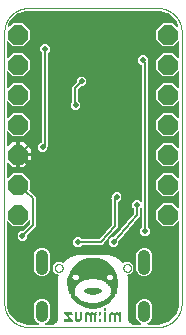
<source format=gbl>
G04 EAGLE Gerber RS-274X export*
G75*
%MOMM*%
%FSLAX34Y34*%
%LPD*%
%INBottom layer*%
%IPPOS*%
%AMOC8*
5,1,8,0,0,1.08239X$1,22.5*%
G01*
%ADD10C,0.000000*%
%ADD11P,1.814519X8X202.500000*%
%ADD12C,1.000000*%
%ADD13R,0.106675X0.015238*%
%ADD14R,0.198119X0.015238*%
%ADD15R,0.167637X0.015238*%
%ADD16R,0.137156X0.015238*%
%ADD17R,0.274319X0.015238*%
%ADD18R,0.762000X0.015238*%
%ADD19R,0.350519X0.015238*%
%ADD20R,0.746756X0.015238*%
%ADD21R,0.182881X0.015238*%
%ADD22R,0.381000X0.015238*%
%ADD23R,0.731519X0.015238*%
%ADD24R,0.426719X0.015238*%
%ADD25R,0.716275X0.015238*%
%ADD26R,0.457200X0.015238*%
%ADD27R,0.701037X0.015238*%
%ADD28R,0.487681X0.015238*%
%ADD29R,0.685800X0.015238*%
%ADD30R,0.518156X0.015238*%
%ADD31R,0.533400X0.015238*%
%ADD32R,0.670556X0.015238*%
%ADD33R,0.259075X0.015238*%
%ADD34R,0.655319X0.015238*%
%ADD35R,0.213363X0.015238*%
%ADD36R,0.213356X0.015238*%
%ADD37R,0.640075X0.015238*%
%ADD38R,0.076200X0.015238*%
%ADD39R,0.182875X0.015238*%
%ADD40R,0.152400X0.015238*%
%ADD41R,0.228600X0.015238*%
%ADD42R,0.015238X0.015238*%
%ADD43R,0.243838X0.015238*%
%ADD44R,0.563875X0.015238*%
%ADD45R,0.335281X0.015238*%
%ADD46R,0.579119X0.015238*%
%ADD47R,0.975356X0.015238*%
%ADD48R,0.594356X0.015238*%
%ADD49R,0.960119X0.015238*%
%ADD50R,0.609600X0.015238*%
%ADD51R,0.396238X0.015238*%
%ADD52R,0.624838X0.015238*%
%ADD53R,0.365756X0.015238*%
%ADD54R,0.365762X0.015238*%
%ADD55R,0.320038X0.015238*%
%ADD56R,0.289556X0.015238*%
%ADD57R,0.091438X0.015238*%
%ADD58R,0.106681X0.015238*%
%ADD59R,0.045719X0.015238*%
%ADD60R,0.121919X0.015238*%
%ADD61R,0.792481X0.015238*%
%ADD62R,0.944881X0.015238*%
%ADD63R,1.066800X0.015238*%
%ADD64R,1.188719X0.015238*%
%ADD65R,1.280156X0.015238*%
%ADD66R,1.371600X0.015238*%
%ADD67R,1.463037X0.015238*%
%ADD68R,1.554481X0.015238*%
%ADD69R,1.615438X0.015238*%
%ADD70R,1.706881X0.015238*%
%ADD71R,1.767838X0.015238*%
%ADD72R,1.828800X0.015238*%
%ADD73R,1.889756X0.015238*%
%ADD74R,1.950719X0.015238*%
%ADD75R,2.011681X0.015238*%
%ADD76R,2.072637X0.015238*%
%ADD77R,2.103119X0.015238*%
%ADD78R,2.164081X0.015238*%
%ADD79R,2.225038X0.015238*%
%ADD80R,2.255519X0.015238*%
%ADD81R,2.316481X0.015238*%
%ADD82R,2.377438X0.015238*%
%ADD83R,2.407919X0.015238*%
%ADD84R,2.438400X0.015238*%
%ADD85R,2.499356X0.015238*%
%ADD86R,2.529838X0.015238*%
%ADD87R,1.112519X0.015238*%
%ADD88R,0.990600X0.015238*%
%ADD89R,0.914400X0.015238*%
%ADD90R,0.853438X0.015238*%
%ADD91R,0.822956X0.015238*%
%ADD92R,0.777238X0.015238*%
%ADD93R,0.640081X0.015238*%
%ADD94R,0.594363X0.015238*%
%ADD95R,0.563881X0.015238*%
%ADD96R,0.548638X0.015238*%
%ADD97R,0.502919X0.015238*%
%ADD98R,0.487675X0.015238*%
%ADD99R,0.472438X0.015238*%
%ADD100R,0.441956X0.015238*%
%ADD101R,0.441963X0.015238*%
%ADD102R,0.411481X0.015238*%
%ADD103R,0.411475X0.015238*%
%ADD104R,1.036319X0.015238*%
%ADD105R,1.127756X0.015238*%
%ADD106R,1.249681X0.015238*%
%ADD107R,1.310638X0.015238*%
%ADD108R,1.402081X0.015238*%
%ADD109R,1.447800X0.015238*%
%ADD110R,1.478281X0.015238*%
%ADD111R,1.493519X0.015238*%
%ADD112R,1.508756X0.015238*%
%ADD113R,1.097281X0.015238*%
%ADD114R,1.005837X0.015238*%
%ADD115R,0.807719X0.015238*%
%ADD116R,0.716281X0.015238*%
%ADD117R,0.792475X0.015238*%
%ADD118R,0.838200X0.015238*%
%ADD119R,0.868675X0.015238*%
%ADD120R,0.868681X0.015238*%
%ADD121R,0.883919X0.015238*%
%ADD122R,0.899156X0.015238*%
%ADD123R,0.944875X0.015238*%
%ADD124R,1.021075X0.015238*%
%ADD125R,1.021081X0.015238*%
%ADD126R,1.051556X0.015238*%
%ADD127R,1.097275X0.015238*%
%ADD128R,1.143000X0.015238*%
%ADD129R,1.173475X0.015238*%
%ADD130R,1.173481X0.015238*%
%ADD131R,1.203956X0.015238*%
%ADD132R,1.219200X0.015238*%
%ADD133R,1.249675X0.015238*%
%ADD134R,2.346963X0.015238*%
%ADD135R,0.335275X0.015238*%
%ADD136R,2.468881X0.015238*%
%ADD137R,2.499363X0.015238*%
%ADD138R,2.560319X0.015238*%
%ADD139R,2.621281X0.015238*%
%ADD140R,2.682238X0.015238*%
%ADD141R,2.773681X0.015238*%
%ADD142R,3.992881X0.015238*%
%ADD143R,3.962400X0.015238*%
%ADD144R,3.931919X0.015238*%
%ADD145R,3.901438X0.015238*%
%ADD146R,3.870956X0.015238*%
%ADD147R,3.840481X0.015238*%
%ADD148R,3.810000X0.015238*%
%ADD149R,3.779519X0.015238*%
%ADD150R,3.749038X0.015238*%
%ADD151R,3.718556X0.015238*%
%ADD152R,3.688081X0.015238*%
%ADD153R,3.657600X0.015238*%
%ADD154R,3.627119X0.015238*%
%ADD155R,3.596638X0.015238*%
%ADD156R,3.566156X0.015238*%
%ADD157R,3.535681X0.015238*%
%ADD158R,3.505200X0.015238*%
%ADD159R,3.474719X0.015238*%
%ADD160R,3.444238X0.015238*%
%ADD161R,3.413756X0.015238*%
%ADD162R,3.383281X0.015238*%
%ADD163R,3.352800X0.015238*%
%ADD164R,3.322319X0.015238*%
%ADD165R,3.291838X0.015238*%
%ADD166R,3.261356X0.015238*%
%ADD167R,3.230881X0.015238*%
%ADD168R,3.200400X0.015238*%
%ADD169R,3.169919X0.015238*%
%ADD170R,3.139438X0.015238*%
%ADD171R,3.108956X0.015238*%
%ADD172R,3.078481X0.015238*%
%ADD173R,3.048000X0.015238*%
%ADD174R,3.017519X0.015238*%
%ADD175R,2.987038X0.015238*%
%ADD176R,2.956556X0.015238*%
%ADD177R,2.926081X0.015238*%
%ADD178R,2.895600X0.015238*%
%ADD179R,2.865119X0.015238*%
%ADD180R,2.834637X0.015238*%
%ADD181R,2.804156X0.015238*%
%ADD182R,2.743200X0.015238*%
%ADD183R,2.651756X0.015238*%
%ADD184R,2.590800X0.015238*%
%ADD185C,0.406400*%
%ADD186C,0.504800*%
%ADD187C,0.152400*%
%ADD188C,0.203200*%

G36*
X28564Y2048D02*
X28564Y2048D01*
X28661Y2058D01*
X28685Y2068D01*
X28711Y2072D01*
X28796Y2118D01*
X28886Y2158D01*
X28905Y2175D01*
X28928Y2188D01*
X28995Y2258D01*
X29067Y2324D01*
X29079Y2347D01*
X29097Y2366D01*
X29138Y2454D01*
X29185Y2540D01*
X29190Y2565D01*
X29201Y2589D01*
X29212Y2686D01*
X29229Y2782D01*
X29225Y2808D01*
X29228Y2833D01*
X29207Y2928D01*
X29193Y3025D01*
X29181Y3048D01*
X29176Y3074D01*
X29126Y3157D01*
X29082Y3244D01*
X29063Y3263D01*
X29050Y3285D01*
X28976Y3348D01*
X28906Y3416D01*
X28878Y3432D01*
X28863Y3445D01*
X28832Y3457D01*
X28759Y3497D01*
X28104Y3769D01*
X26269Y5604D01*
X25275Y8002D01*
X25275Y18598D01*
X26269Y20996D01*
X28104Y22831D01*
X30502Y23825D01*
X33098Y23825D01*
X35496Y22831D01*
X37331Y20996D01*
X38325Y18598D01*
X38325Y8002D01*
X37331Y5604D01*
X35496Y3769D01*
X34841Y3497D01*
X34758Y3446D01*
X34672Y3400D01*
X34654Y3381D01*
X34632Y3368D01*
X34570Y3293D01*
X34503Y3222D01*
X34492Y3198D01*
X34475Y3178D01*
X34440Y3087D01*
X34399Y2999D01*
X34396Y2973D01*
X34387Y2949D01*
X34383Y2851D01*
X34372Y2755D01*
X34378Y2729D01*
X34376Y2703D01*
X34404Y2609D01*
X34424Y2514D01*
X34438Y2492D01*
X34445Y2467D01*
X34501Y2387D01*
X34550Y2303D01*
X34570Y2286D01*
X34585Y2265D01*
X34663Y2207D01*
X34737Y2143D01*
X34762Y2133D01*
X34783Y2118D01*
X34875Y2088D01*
X34965Y2051D01*
X34998Y2048D01*
X35016Y2042D01*
X35049Y2042D01*
X35132Y2033D01*
X41882Y2033D01*
X41972Y2047D01*
X42063Y2055D01*
X42093Y2067D01*
X42125Y2072D01*
X42206Y2115D01*
X42290Y2151D01*
X42322Y2177D01*
X42342Y2188D01*
X42365Y2211D01*
X42421Y2256D01*
X43199Y3034D01*
X43217Y3059D01*
X43284Y3136D01*
X44284Y4563D01*
X44297Y4592D01*
X44350Y4678D01*
X45087Y6258D01*
X45095Y6288D01*
X45132Y6383D01*
X45583Y8067D01*
X45587Y8098D01*
X45606Y8197D01*
X45758Y9934D01*
X45757Y9958D01*
X45761Y10000D01*
X45761Y41970D01*
X45913Y43896D01*
X45909Y43937D01*
X45910Y43941D01*
X45909Y43946D01*
X45914Y43995D01*
X45898Y44068D01*
X45892Y44141D01*
X45872Y44187D01*
X45862Y44236D01*
X45824Y44299D01*
X45795Y44367D01*
X45761Y44404D01*
X45736Y44447D01*
X45680Y44495D01*
X45630Y44550D01*
X45587Y44574D01*
X45549Y44607D01*
X45480Y44635D01*
X45416Y44671D01*
X45367Y44680D01*
X45321Y44699D01*
X45199Y44712D01*
X45174Y44717D01*
X45166Y44716D01*
X45154Y44717D01*
X43912Y44717D01*
X40817Y47812D01*
X40817Y52188D01*
X43912Y55283D01*
X48288Y55283D01*
X49236Y54335D01*
X49276Y54306D01*
X49310Y54270D01*
X49376Y54235D01*
X49436Y54191D01*
X49483Y54177D01*
X49527Y54153D01*
X49600Y54141D01*
X49671Y54119D01*
X49720Y54120D01*
X49770Y54112D01*
X49843Y54124D01*
X49917Y54125D01*
X49963Y54143D01*
X50013Y54150D01*
X50078Y54184D01*
X50148Y54210D01*
X50187Y54241D01*
X50231Y54264D01*
X50320Y54348D01*
X50340Y54364D01*
X50344Y54370D01*
X50353Y54379D01*
X51398Y55602D01*
X53693Y57563D01*
X56267Y59140D01*
X59056Y60295D01*
X61991Y61000D01*
X65030Y61239D01*
X84970Y61239D01*
X88009Y61000D01*
X90944Y60295D01*
X93733Y59140D01*
X96059Y57714D01*
X96307Y57563D01*
X98602Y55602D01*
X99647Y54379D01*
X99685Y54347D01*
X99716Y54308D01*
X99778Y54268D01*
X99835Y54220D01*
X99881Y54202D01*
X99923Y54175D01*
X99995Y54157D01*
X100064Y54130D01*
X100113Y54127D01*
X100162Y54115D01*
X100235Y54121D01*
X100309Y54117D01*
X100357Y54130D01*
X100407Y54134D01*
X100475Y54163D01*
X100546Y54183D01*
X100587Y54211D01*
X100633Y54230D01*
X100729Y54307D01*
X100750Y54321D01*
X100754Y54327D01*
X100764Y54335D01*
X101712Y55283D01*
X106088Y55283D01*
X109183Y52188D01*
X109183Y47812D01*
X106088Y44717D01*
X104846Y44717D01*
X104797Y44709D01*
X104747Y44711D01*
X104676Y44689D01*
X104603Y44678D01*
X104559Y44654D01*
X104512Y44640D01*
X104451Y44597D01*
X104386Y44562D01*
X104352Y44526D01*
X104311Y44497D01*
X104267Y44438D01*
X104217Y44384D01*
X104196Y44339D01*
X104166Y44299D01*
X104144Y44228D01*
X104113Y44161D01*
X104107Y44112D01*
X104093Y44064D01*
X104089Y43941D01*
X104086Y43917D01*
X104088Y43909D01*
X104087Y43896D01*
X104239Y41970D01*
X104239Y10000D01*
X104243Y9976D01*
X104242Y9934D01*
X104394Y8197D01*
X104401Y8167D01*
X104417Y8067D01*
X104868Y6383D01*
X104881Y6354D01*
X104885Y6341D01*
X104890Y6320D01*
X104895Y6311D01*
X104913Y6258D01*
X105650Y4678D01*
X105668Y4652D01*
X105716Y4563D01*
X106716Y3136D01*
X106738Y3113D01*
X106768Y3075D01*
X106775Y3064D01*
X106782Y3058D01*
X106801Y3034D01*
X107579Y2256D01*
X107653Y2203D01*
X107723Y2143D01*
X107753Y2131D01*
X107779Y2112D01*
X107866Y2085D01*
X107951Y2051D01*
X107992Y2047D01*
X108014Y2040D01*
X108046Y2041D01*
X108118Y2033D01*
X114868Y2033D01*
X114964Y2048D01*
X115061Y2058D01*
X115085Y2068D01*
X115111Y2072D01*
X115196Y2118D01*
X115286Y2158D01*
X115305Y2175D01*
X115328Y2188D01*
X115395Y2258D01*
X115467Y2324D01*
X115479Y2347D01*
X115497Y2366D01*
X115538Y2454D01*
X115585Y2540D01*
X115590Y2565D01*
X115601Y2589D01*
X115612Y2686D01*
X115629Y2782D01*
X115625Y2808D01*
X115628Y2833D01*
X115607Y2928D01*
X115593Y3025D01*
X115581Y3048D01*
X115576Y3074D01*
X115526Y3157D01*
X115482Y3244D01*
X115463Y3263D01*
X115450Y3285D01*
X115376Y3348D01*
X115306Y3416D01*
X115278Y3432D01*
X115263Y3445D01*
X115232Y3457D01*
X115159Y3497D01*
X114504Y3769D01*
X112669Y5604D01*
X111675Y8002D01*
X111675Y18598D01*
X112669Y20996D01*
X114504Y22831D01*
X116902Y23825D01*
X119498Y23825D01*
X121896Y22831D01*
X123731Y20996D01*
X124725Y18598D01*
X124725Y8002D01*
X123731Y5604D01*
X121896Y3769D01*
X121241Y3497D01*
X121158Y3446D01*
X121072Y3400D01*
X121054Y3381D01*
X121032Y3368D01*
X120970Y3293D01*
X120903Y3222D01*
X120892Y3198D01*
X120875Y3178D01*
X120840Y3087D01*
X120799Y2999D01*
X120796Y2973D01*
X120787Y2949D01*
X120783Y2851D01*
X120772Y2755D01*
X120778Y2729D01*
X120776Y2703D01*
X120804Y2609D01*
X120824Y2514D01*
X120838Y2492D01*
X120845Y2467D01*
X120901Y2387D01*
X120950Y2303D01*
X120970Y2286D01*
X120985Y2265D01*
X121063Y2207D01*
X121137Y2143D01*
X121162Y2133D01*
X121183Y2118D01*
X121275Y2088D01*
X121365Y2051D01*
X121398Y2048D01*
X121416Y2042D01*
X121449Y2042D01*
X121532Y2033D01*
X130000Y2033D01*
X130022Y2036D01*
X130060Y2035D01*
X132751Y2247D01*
X132757Y2248D01*
X132763Y2248D01*
X132927Y2282D01*
X138047Y3945D01*
X138078Y3962D01*
X138113Y3970D01*
X138259Y4053D01*
X142614Y7218D01*
X142639Y7243D01*
X142669Y7262D01*
X142782Y7386D01*
X145947Y11741D01*
X145963Y11773D01*
X145986Y11801D01*
X146055Y11953D01*
X147718Y17073D01*
X147719Y17079D01*
X147722Y17084D01*
X147753Y17249D01*
X147965Y19940D01*
X147963Y19962D01*
X147967Y20000D01*
X147967Y88939D01*
X147956Y89010D01*
X147954Y89082D01*
X147936Y89131D01*
X147928Y89182D01*
X147894Y89245D01*
X147869Y89313D01*
X147837Y89353D01*
X147812Y89399D01*
X147760Y89449D01*
X147716Y89505D01*
X147672Y89533D01*
X147634Y89569D01*
X147569Y89599D01*
X147509Y89638D01*
X147458Y89650D01*
X147411Y89672D01*
X147340Y89680D01*
X147270Y89698D01*
X147218Y89694D01*
X147167Y89699D01*
X147096Y89684D01*
X147025Y89679D01*
X146977Y89658D01*
X146926Y89647D01*
X146865Y89610D01*
X146799Y89582D01*
X146743Y89538D01*
X146715Y89521D01*
X146700Y89503D01*
X146668Y89478D01*
X142534Y85343D01*
X134326Y85343D01*
X128523Y91146D01*
X128523Y99354D01*
X134326Y105157D01*
X142534Y105157D01*
X146668Y101022D01*
X146726Y100981D01*
X146778Y100931D01*
X146825Y100909D01*
X146867Y100879D01*
X146936Y100858D01*
X147001Y100828D01*
X147053Y100822D01*
X147103Y100807D01*
X147174Y100808D01*
X147245Y100801D01*
X147296Y100812D01*
X147348Y100813D01*
X147416Y100838D01*
X147486Y100853D01*
X147531Y100880D01*
X147579Y100897D01*
X147635Y100942D01*
X147697Y100979D01*
X147731Y101019D01*
X147771Y101051D01*
X147810Y101111D01*
X147857Y101166D01*
X147876Y101214D01*
X147904Y101258D01*
X147922Y101327D01*
X147949Y101394D01*
X147957Y101465D01*
X147965Y101497D01*
X147963Y101520D01*
X147967Y101561D01*
X147967Y114339D01*
X147956Y114410D01*
X147954Y114482D01*
X147936Y114531D01*
X147928Y114582D01*
X147894Y114645D01*
X147869Y114713D01*
X147837Y114753D01*
X147812Y114799D01*
X147760Y114849D01*
X147716Y114905D01*
X147672Y114933D01*
X147634Y114969D01*
X147569Y114999D01*
X147509Y115038D01*
X147458Y115050D01*
X147411Y115072D01*
X147340Y115080D01*
X147270Y115098D01*
X147218Y115094D01*
X147167Y115099D01*
X147096Y115084D01*
X147025Y115079D01*
X146977Y115058D01*
X146926Y115047D01*
X146865Y115010D01*
X146799Y114982D01*
X146743Y114938D01*
X146715Y114921D01*
X146700Y114903D01*
X146668Y114878D01*
X142534Y110743D01*
X134326Y110743D01*
X128523Y116546D01*
X128523Y124754D01*
X134326Y130557D01*
X142534Y130557D01*
X146668Y126422D01*
X146726Y126381D01*
X146778Y126331D01*
X146825Y126309D01*
X146867Y126279D01*
X146936Y126258D01*
X147001Y126228D01*
X147053Y126222D01*
X147103Y126207D01*
X147174Y126208D01*
X147245Y126201D01*
X147296Y126212D01*
X147348Y126213D01*
X147416Y126238D01*
X147486Y126253D01*
X147531Y126280D01*
X147579Y126297D01*
X147635Y126342D01*
X147697Y126379D01*
X147731Y126419D01*
X147771Y126451D01*
X147810Y126511D01*
X147857Y126566D01*
X147876Y126614D01*
X147904Y126658D01*
X147922Y126727D01*
X147949Y126794D01*
X147957Y126865D01*
X147965Y126897D01*
X147963Y126920D01*
X147967Y126961D01*
X147967Y139739D01*
X147956Y139810D01*
X147954Y139882D01*
X147936Y139931D01*
X147928Y139982D01*
X147894Y140045D01*
X147869Y140113D01*
X147837Y140153D01*
X147812Y140199D01*
X147760Y140249D01*
X147716Y140305D01*
X147672Y140333D01*
X147634Y140369D01*
X147569Y140399D01*
X147509Y140438D01*
X147458Y140450D01*
X147411Y140472D01*
X147340Y140480D01*
X147270Y140498D01*
X147218Y140494D01*
X147167Y140499D01*
X147096Y140484D01*
X147025Y140479D01*
X146977Y140458D01*
X146926Y140447D01*
X146865Y140410D01*
X146799Y140382D01*
X146743Y140338D01*
X146715Y140321D01*
X146700Y140303D01*
X146668Y140278D01*
X142534Y136143D01*
X134326Y136143D01*
X128523Y141946D01*
X128523Y150154D01*
X134326Y155957D01*
X142534Y155957D01*
X146668Y151822D01*
X146726Y151781D01*
X146778Y151731D01*
X146825Y151709D01*
X146867Y151679D01*
X146936Y151658D01*
X147001Y151628D01*
X147053Y151622D01*
X147103Y151607D01*
X147174Y151608D01*
X147245Y151601D01*
X147296Y151612D01*
X147348Y151613D01*
X147416Y151638D01*
X147486Y151653D01*
X147531Y151680D01*
X147579Y151697D01*
X147635Y151742D01*
X147697Y151779D01*
X147731Y151819D01*
X147771Y151851D01*
X147810Y151911D01*
X147857Y151966D01*
X147876Y152014D01*
X147904Y152058D01*
X147922Y152127D01*
X147949Y152194D01*
X147957Y152265D01*
X147965Y152297D01*
X147963Y152320D01*
X147967Y152361D01*
X147967Y165139D01*
X147956Y165210D01*
X147954Y165282D01*
X147936Y165331D01*
X147928Y165382D01*
X147894Y165445D01*
X147869Y165513D01*
X147837Y165553D01*
X147812Y165599D01*
X147760Y165649D01*
X147716Y165705D01*
X147672Y165733D01*
X147634Y165769D01*
X147569Y165799D01*
X147509Y165838D01*
X147458Y165850D01*
X147411Y165872D01*
X147340Y165880D01*
X147270Y165898D01*
X147218Y165894D01*
X147167Y165899D01*
X147096Y165884D01*
X147025Y165879D01*
X146977Y165858D01*
X146926Y165847D01*
X146865Y165810D01*
X146799Y165782D01*
X146743Y165738D01*
X146715Y165721D01*
X146700Y165703D01*
X146668Y165678D01*
X142534Y161543D01*
X134326Y161543D01*
X128523Y167346D01*
X128523Y175554D01*
X134326Y181357D01*
X142534Y181357D01*
X146668Y177222D01*
X146726Y177181D01*
X146778Y177131D01*
X146825Y177109D01*
X146867Y177079D01*
X146936Y177058D01*
X147001Y177028D01*
X147053Y177022D01*
X147103Y177007D01*
X147174Y177008D01*
X147245Y177001D01*
X147296Y177012D01*
X147348Y177013D01*
X147416Y177038D01*
X147486Y177053D01*
X147531Y177080D01*
X147579Y177097D01*
X147635Y177142D01*
X147697Y177179D01*
X147731Y177219D01*
X147771Y177251D01*
X147810Y177311D01*
X147857Y177366D01*
X147876Y177414D01*
X147904Y177458D01*
X147922Y177527D01*
X147949Y177594D01*
X147957Y177665D01*
X147965Y177697D01*
X147963Y177720D01*
X147967Y177761D01*
X147967Y190539D01*
X147956Y190610D01*
X147954Y190682D01*
X147936Y190731D01*
X147928Y190782D01*
X147894Y190845D01*
X147869Y190913D01*
X147837Y190953D01*
X147812Y190999D01*
X147760Y191049D01*
X147716Y191105D01*
X147672Y191133D01*
X147634Y191169D01*
X147569Y191199D01*
X147509Y191238D01*
X147458Y191250D01*
X147411Y191272D01*
X147340Y191280D01*
X147270Y191298D01*
X147218Y191294D01*
X147167Y191299D01*
X147096Y191284D01*
X147025Y191279D01*
X146977Y191258D01*
X146926Y191247D01*
X146865Y191210D01*
X146799Y191182D01*
X146743Y191138D01*
X146715Y191121D01*
X146700Y191103D01*
X146668Y191078D01*
X142534Y186943D01*
X134326Y186943D01*
X128523Y192746D01*
X128523Y200954D01*
X134326Y206757D01*
X142534Y206757D01*
X146668Y202622D01*
X146726Y202581D01*
X146778Y202531D01*
X146825Y202509D01*
X146867Y202479D01*
X146936Y202458D01*
X147001Y202428D01*
X147053Y202422D01*
X147103Y202407D01*
X147174Y202408D01*
X147245Y202401D01*
X147296Y202412D01*
X147348Y202413D01*
X147416Y202438D01*
X147486Y202453D01*
X147531Y202480D01*
X147579Y202497D01*
X147635Y202542D01*
X147697Y202579D01*
X147731Y202619D01*
X147771Y202651D01*
X147810Y202711D01*
X147857Y202766D01*
X147876Y202814D01*
X147904Y202858D01*
X147922Y202927D01*
X147949Y202994D01*
X147957Y203065D01*
X147965Y203097D01*
X147963Y203120D01*
X147967Y203161D01*
X147967Y215939D01*
X147956Y216010D01*
X147954Y216082D01*
X147936Y216131D01*
X147928Y216182D01*
X147894Y216245D01*
X147869Y216313D01*
X147837Y216353D01*
X147812Y216399D01*
X147760Y216449D01*
X147716Y216505D01*
X147672Y216533D01*
X147634Y216569D01*
X147569Y216599D01*
X147509Y216638D01*
X147458Y216650D01*
X147411Y216672D01*
X147340Y216680D01*
X147270Y216698D01*
X147218Y216694D01*
X147167Y216699D01*
X147096Y216684D01*
X147025Y216679D01*
X146977Y216658D01*
X146926Y216647D01*
X146865Y216610D01*
X146799Y216582D01*
X146743Y216538D01*
X146715Y216521D01*
X146700Y216503D01*
X146668Y216478D01*
X142534Y212343D01*
X134326Y212343D01*
X128523Y218146D01*
X128523Y226354D01*
X134326Y232157D01*
X142534Y232157D01*
X146668Y228022D01*
X146726Y227981D01*
X146778Y227931D01*
X146825Y227909D01*
X146867Y227879D01*
X146936Y227858D01*
X147001Y227828D01*
X147053Y227822D01*
X147103Y227807D01*
X147174Y227808D01*
X147245Y227801D01*
X147296Y227812D01*
X147348Y227813D01*
X147416Y227838D01*
X147486Y227853D01*
X147531Y227880D01*
X147579Y227897D01*
X147635Y227942D01*
X147697Y227979D01*
X147731Y228019D01*
X147771Y228051D01*
X147810Y228111D01*
X147857Y228166D01*
X147876Y228214D01*
X147904Y228258D01*
X147922Y228327D01*
X147949Y228394D01*
X147957Y228465D01*
X147965Y228497D01*
X147963Y228520D01*
X147967Y228561D01*
X147967Y241339D01*
X147956Y241410D01*
X147954Y241482D01*
X147936Y241531D01*
X147928Y241582D01*
X147894Y241645D01*
X147869Y241713D01*
X147837Y241753D01*
X147812Y241799D01*
X147760Y241849D01*
X147716Y241905D01*
X147672Y241933D01*
X147634Y241969D01*
X147569Y241999D01*
X147509Y242038D01*
X147458Y242050D01*
X147411Y242072D01*
X147340Y242080D01*
X147270Y242098D01*
X147218Y242094D01*
X147167Y242099D01*
X147096Y242084D01*
X147025Y242079D01*
X146977Y242058D01*
X146926Y242047D01*
X146865Y242010D01*
X146799Y241982D01*
X146743Y241938D01*
X146715Y241921D01*
X146700Y241903D01*
X146668Y241878D01*
X142534Y237743D01*
X134326Y237743D01*
X128523Y243546D01*
X128523Y251754D01*
X134326Y257557D01*
X142534Y257557D01*
X145743Y254347D01*
X145798Y254308D01*
X145847Y254260D01*
X145897Y254236D01*
X145943Y254204D01*
X146008Y254184D01*
X146069Y254154D01*
X146124Y254148D01*
X146178Y254131D01*
X146246Y254133D01*
X146313Y254125D01*
X146368Y254136D01*
X146424Y254138D01*
X146488Y254161D01*
X146554Y254175D01*
X146602Y254203D01*
X146655Y254222D01*
X146708Y254264D01*
X146766Y254299D01*
X146803Y254341D01*
X146847Y254376D01*
X146883Y254433D01*
X146928Y254484D01*
X146950Y254536D01*
X146980Y254583D01*
X146996Y254648D01*
X147022Y254711D01*
X147026Y254767D01*
X147040Y254821D01*
X147035Y254889D01*
X147039Y254956D01*
X147023Y255034D01*
X147021Y255066D01*
X147013Y255086D01*
X147005Y255121D01*
X146055Y258047D01*
X146042Y258070D01*
X146038Y258093D01*
X146033Y258101D01*
X146030Y258113D01*
X145947Y258259D01*
X142782Y262614D01*
X142757Y262639D01*
X142738Y262669D01*
X142614Y262782D01*
X138259Y265947D01*
X138227Y265963D01*
X138199Y265986D01*
X138047Y266055D01*
X132927Y267718D01*
X132921Y267719D01*
X132916Y267722D01*
X132751Y267753D01*
X130060Y267965D01*
X130038Y267963D01*
X130000Y267967D01*
X20000Y267967D01*
X19978Y267964D01*
X19940Y267965D01*
X17249Y267753D01*
X17243Y267752D01*
X17237Y267752D01*
X17073Y267718D01*
X11953Y266055D01*
X11922Y266038D01*
X11887Y266030D01*
X11741Y265947D01*
X7386Y262782D01*
X7361Y262757D01*
X7331Y262738D01*
X7218Y262614D01*
X4053Y258259D01*
X4048Y258249D01*
X4041Y258241D01*
X4031Y258219D01*
X4014Y258199D01*
X3945Y258047D01*
X3062Y255328D01*
X3052Y255261D01*
X3032Y255196D01*
X3033Y255140D01*
X3025Y255085D01*
X3036Y255018D01*
X3038Y254950D01*
X3057Y254898D01*
X3067Y254843D01*
X3099Y254783D01*
X3123Y254719D01*
X3158Y254676D01*
X3184Y254626D01*
X3234Y254580D01*
X3276Y254527D01*
X3323Y254497D01*
X3364Y254459D01*
X3426Y254431D01*
X3483Y254394D01*
X3538Y254381D01*
X3589Y254358D01*
X3656Y254351D01*
X3722Y254334D01*
X3778Y254339D01*
X3833Y254333D01*
X3900Y254348D01*
X3967Y254353D01*
X4018Y254375D01*
X4073Y254388D01*
X4131Y254423D01*
X4193Y254450D01*
X4255Y254499D01*
X4283Y254516D01*
X4296Y254532D01*
X4324Y254555D01*
X7326Y257557D01*
X15534Y257557D01*
X21337Y251754D01*
X21337Y243546D01*
X15534Y237743D01*
X7326Y237743D01*
X3332Y241738D01*
X3274Y241779D01*
X3222Y241829D01*
X3175Y241851D01*
X3133Y241881D01*
X3064Y241902D01*
X2999Y241932D01*
X2947Y241938D01*
X2897Y241953D01*
X2826Y241952D01*
X2755Y241959D01*
X2704Y241948D01*
X2652Y241947D01*
X2584Y241922D01*
X2514Y241907D01*
X2469Y241880D01*
X2421Y241863D01*
X2365Y241818D01*
X2303Y241781D01*
X2269Y241741D01*
X2229Y241709D01*
X2190Y241649D01*
X2143Y241594D01*
X2124Y241546D01*
X2096Y241502D01*
X2078Y241433D01*
X2051Y241366D01*
X2043Y241295D01*
X2035Y241263D01*
X2037Y241240D01*
X2033Y241199D01*
X2033Y228701D01*
X2044Y228630D01*
X2046Y228558D01*
X2064Y228509D01*
X2072Y228458D01*
X2106Y228395D01*
X2131Y228327D01*
X2163Y228287D01*
X2188Y228241D01*
X2240Y228191D01*
X2284Y228135D01*
X2328Y228107D01*
X2366Y228071D01*
X2431Y228041D01*
X2491Y228002D01*
X2542Y227990D01*
X2589Y227968D01*
X2660Y227960D01*
X2730Y227942D01*
X2782Y227946D01*
X2833Y227941D01*
X2904Y227956D01*
X2975Y227961D01*
X3023Y227982D01*
X3074Y227993D01*
X3135Y228030D01*
X3201Y228058D01*
X3257Y228102D01*
X3285Y228119D01*
X3300Y228137D01*
X3332Y228162D01*
X7326Y232157D01*
X15534Y232157D01*
X21337Y226354D01*
X21337Y218146D01*
X15534Y212343D01*
X7326Y212343D01*
X3332Y216338D01*
X3274Y216379D01*
X3222Y216429D01*
X3175Y216451D01*
X3133Y216481D01*
X3064Y216502D01*
X2999Y216532D01*
X2947Y216538D01*
X2897Y216553D01*
X2826Y216552D01*
X2755Y216559D01*
X2704Y216548D01*
X2652Y216547D01*
X2584Y216522D01*
X2514Y216507D01*
X2469Y216480D01*
X2421Y216463D01*
X2365Y216418D01*
X2303Y216381D01*
X2269Y216341D01*
X2229Y216309D01*
X2190Y216249D01*
X2143Y216194D01*
X2124Y216146D01*
X2096Y216102D01*
X2078Y216033D01*
X2051Y215966D01*
X2043Y215895D01*
X2035Y215863D01*
X2037Y215840D01*
X2033Y215799D01*
X2033Y203301D01*
X2044Y203230D01*
X2046Y203158D01*
X2064Y203109D01*
X2072Y203058D01*
X2106Y202995D01*
X2131Y202927D01*
X2163Y202887D01*
X2188Y202841D01*
X2240Y202791D01*
X2284Y202735D01*
X2328Y202707D01*
X2366Y202671D01*
X2431Y202641D01*
X2491Y202602D01*
X2542Y202590D01*
X2589Y202568D01*
X2660Y202560D01*
X2730Y202542D01*
X2782Y202546D01*
X2833Y202541D01*
X2904Y202556D01*
X2975Y202561D01*
X3023Y202582D01*
X3074Y202593D01*
X3135Y202630D01*
X3201Y202658D01*
X3257Y202702D01*
X3285Y202719D01*
X3300Y202737D01*
X3332Y202762D01*
X7326Y206757D01*
X15534Y206757D01*
X21337Y200954D01*
X21337Y192746D01*
X15534Y186943D01*
X7326Y186943D01*
X3332Y190938D01*
X3274Y190979D01*
X3222Y191029D01*
X3175Y191051D01*
X3133Y191081D01*
X3064Y191102D01*
X2999Y191132D01*
X2947Y191138D01*
X2897Y191153D01*
X2826Y191152D01*
X2755Y191159D01*
X2704Y191148D01*
X2652Y191147D01*
X2584Y191122D01*
X2514Y191107D01*
X2469Y191080D01*
X2421Y191063D01*
X2365Y191018D01*
X2303Y190981D01*
X2269Y190941D01*
X2229Y190909D01*
X2190Y190849D01*
X2143Y190794D01*
X2124Y190746D01*
X2096Y190702D01*
X2078Y190633D01*
X2051Y190566D01*
X2043Y190495D01*
X2035Y190463D01*
X2037Y190440D01*
X2033Y190399D01*
X2033Y177901D01*
X2044Y177830D01*
X2046Y177758D01*
X2064Y177709D01*
X2072Y177658D01*
X2106Y177595D01*
X2131Y177527D01*
X2163Y177487D01*
X2188Y177441D01*
X2240Y177391D01*
X2284Y177335D01*
X2328Y177307D01*
X2366Y177271D01*
X2431Y177241D01*
X2491Y177202D01*
X2542Y177190D01*
X2589Y177168D01*
X2660Y177160D01*
X2730Y177142D01*
X2782Y177146D01*
X2833Y177141D01*
X2904Y177156D01*
X2975Y177161D01*
X3023Y177182D01*
X3074Y177193D01*
X3135Y177230D01*
X3201Y177258D01*
X3257Y177302D01*
X3285Y177319D01*
X3300Y177337D01*
X3332Y177362D01*
X7326Y181357D01*
X15534Y181357D01*
X21337Y175554D01*
X21337Y167346D01*
X15534Y161543D01*
X7326Y161543D01*
X3332Y165538D01*
X3274Y165579D01*
X3222Y165629D01*
X3175Y165651D01*
X3133Y165681D01*
X3064Y165702D01*
X2999Y165732D01*
X2947Y165738D01*
X2897Y165753D01*
X2826Y165752D01*
X2755Y165759D01*
X2704Y165748D01*
X2652Y165747D01*
X2584Y165722D01*
X2514Y165707D01*
X2469Y165680D01*
X2421Y165663D01*
X2365Y165618D01*
X2303Y165581D01*
X2269Y165541D01*
X2229Y165509D01*
X2190Y165449D01*
X2143Y165394D01*
X2124Y165346D01*
X2096Y165302D01*
X2078Y165233D01*
X2051Y165166D01*
X2043Y165095D01*
X2035Y165063D01*
X2037Y165040D01*
X2033Y164999D01*
X2033Y153938D01*
X2044Y153867D01*
X2046Y153795D01*
X2064Y153746D01*
X2072Y153695D01*
X2106Y153632D01*
X2131Y153564D01*
X2163Y153524D01*
X2188Y153477D01*
X2240Y153428D01*
X2284Y153372D01*
X2328Y153344D01*
X2366Y153308D01*
X2431Y153278D01*
X2491Y153239D01*
X2542Y153226D01*
X2589Y153204D01*
X2660Y153197D01*
X2730Y153179D01*
X2782Y153183D01*
X2833Y153177D01*
X2904Y153193D01*
X2975Y153198D01*
X3023Y153219D01*
X3074Y153230D01*
X3135Y153266D01*
X3201Y153295D01*
X3257Y153339D01*
X3285Y153356D01*
X3300Y153374D01*
X3332Y153399D01*
X6906Y156973D01*
X9907Y156973D01*
X9907Y146812D01*
X9910Y146792D01*
X9908Y146773D01*
X9930Y146671D01*
X9947Y146569D01*
X9956Y146552D01*
X9960Y146532D01*
X10013Y146443D01*
X10062Y146352D01*
X10076Y146338D01*
X10086Y146321D01*
X10165Y146254D01*
X10240Y146183D01*
X10258Y146174D01*
X10273Y146161D01*
X10369Y146123D01*
X10463Y146079D01*
X10483Y146077D01*
X10501Y146069D01*
X10668Y146051D01*
X11431Y146051D01*
X11431Y146049D01*
X10668Y146049D01*
X10648Y146046D01*
X10629Y146048D01*
X10527Y146026D01*
X10425Y146009D01*
X10408Y146000D01*
X10388Y145996D01*
X10299Y145943D01*
X10208Y145894D01*
X10194Y145880D01*
X10177Y145870D01*
X10110Y145791D01*
X10039Y145716D01*
X10030Y145698D01*
X10017Y145683D01*
X9978Y145587D01*
X9935Y145493D01*
X9933Y145473D01*
X9925Y145455D01*
X9907Y145288D01*
X9907Y135127D01*
X6906Y135127D01*
X3332Y138701D01*
X3274Y138743D01*
X3222Y138792D01*
X3175Y138814D01*
X3133Y138844D01*
X3064Y138865D01*
X2999Y138896D01*
X2947Y138901D01*
X2897Y138917D01*
X2826Y138915D01*
X2755Y138923D01*
X2704Y138912D01*
X2652Y138910D01*
X2584Y138886D01*
X2514Y138870D01*
X2469Y138844D01*
X2421Y138826D01*
X2365Y138781D01*
X2303Y138744D01*
X2269Y138705D01*
X2229Y138672D01*
X2190Y138612D01*
X2143Y138557D01*
X2124Y138509D01*
X2096Y138465D01*
X2078Y138396D01*
X2051Y138329D01*
X2043Y138258D01*
X2035Y138227D01*
X2037Y138203D01*
X2033Y138162D01*
X2033Y127101D01*
X2044Y127030D01*
X2046Y126958D01*
X2064Y126909D01*
X2072Y126858D01*
X2106Y126795D01*
X2131Y126727D01*
X2163Y126687D01*
X2188Y126641D01*
X2240Y126591D01*
X2284Y126535D01*
X2328Y126507D01*
X2366Y126471D01*
X2431Y126441D01*
X2491Y126402D01*
X2542Y126390D01*
X2589Y126368D01*
X2660Y126360D01*
X2730Y126342D01*
X2782Y126346D01*
X2833Y126341D01*
X2904Y126356D01*
X2975Y126361D01*
X3023Y126382D01*
X3074Y126393D01*
X3135Y126430D01*
X3201Y126458D01*
X3257Y126502D01*
X3285Y126519D01*
X3300Y126537D01*
X3332Y126562D01*
X7326Y130557D01*
X15534Y130557D01*
X21337Y124754D01*
X21337Y116547D01*
X21086Y116296D01*
X21065Y116267D01*
X21038Y116243D01*
X20994Y116168D01*
X20943Y116096D01*
X20932Y116062D01*
X20914Y116031D01*
X20896Y115945D01*
X20870Y115861D01*
X20871Y115825D01*
X20864Y115790D01*
X20874Y115703D01*
X20877Y115615D01*
X20889Y115582D01*
X20893Y115546D01*
X20931Y115467D01*
X20961Y115384D01*
X20984Y115356D01*
X20999Y115324D01*
X21109Y115198D01*
X24902Y111708D01*
X24965Y111666D01*
X25023Y111617D01*
X25068Y111599D01*
X25108Y111573D01*
X25120Y111570D01*
X25878Y110811D01*
X25888Y110804D01*
X25901Y110789D01*
X26671Y110081D01*
X26671Y109034D01*
X26673Y109022D01*
X26671Y109003D01*
X26717Y107913D01*
X26689Y107845D01*
X26682Y107780D01*
X26674Y107750D01*
X26676Y107725D01*
X26671Y107678D01*
X26671Y86637D01*
X26671Y86633D01*
X26671Y86627D01*
X26686Y85576D01*
X25944Y84834D01*
X25941Y84831D01*
X25936Y84827D01*
X19504Y78211D01*
X19455Y78141D01*
X19399Y78075D01*
X19385Y78040D01*
X19363Y78009D01*
X19339Y77927D01*
X19307Y77847D01*
X19302Y77799D01*
X19294Y77773D01*
X19296Y77743D01*
X19289Y77681D01*
X19289Y75539D01*
X16917Y73167D01*
X13563Y73167D01*
X11191Y75539D01*
X11191Y78893D01*
X13563Y81265D01*
X15064Y81265D01*
X15159Y81280D01*
X15256Y81289D01*
X15280Y81300D01*
X15307Y81304D01*
X15392Y81350D01*
X15480Y81389D01*
X15507Y81410D01*
X15524Y81420D01*
X15547Y81443D01*
X15610Y81495D01*
X21374Y87424D01*
X21423Y87494D01*
X21479Y87560D01*
X21493Y87595D01*
X21515Y87626D01*
X21539Y87708D01*
X21571Y87788D01*
X21576Y87836D01*
X21584Y87862D01*
X21582Y87892D01*
X21589Y87955D01*
X21589Y89561D01*
X21578Y89632D01*
X21576Y89704D01*
X21558Y89753D01*
X21550Y89804D01*
X21516Y89867D01*
X21491Y89935D01*
X21459Y89975D01*
X21434Y90021D01*
X21382Y90071D01*
X21338Y90127D01*
X21294Y90155D01*
X21256Y90191D01*
X21191Y90221D01*
X21131Y90260D01*
X21080Y90272D01*
X21033Y90294D01*
X20962Y90302D01*
X20892Y90320D01*
X20840Y90316D01*
X20789Y90321D01*
X20718Y90306D01*
X20647Y90301D01*
X20599Y90280D01*
X20548Y90269D01*
X20487Y90232D01*
X20421Y90204D01*
X20365Y90160D01*
X20337Y90143D01*
X20322Y90125D01*
X20290Y90100D01*
X15534Y85343D01*
X7326Y85343D01*
X3332Y89338D01*
X3274Y89379D01*
X3222Y89429D01*
X3175Y89451D01*
X3133Y89481D01*
X3064Y89502D01*
X2999Y89532D01*
X2947Y89538D01*
X2897Y89553D01*
X2826Y89552D01*
X2755Y89559D01*
X2704Y89548D01*
X2652Y89547D01*
X2584Y89522D01*
X2514Y89507D01*
X2469Y89480D01*
X2421Y89463D01*
X2365Y89418D01*
X2303Y89381D01*
X2269Y89341D01*
X2229Y89309D01*
X2190Y89249D01*
X2143Y89194D01*
X2124Y89146D01*
X2096Y89102D01*
X2078Y89033D01*
X2051Y88966D01*
X2043Y88895D01*
X2035Y88863D01*
X2037Y88840D01*
X2033Y88799D01*
X2033Y20000D01*
X2036Y19978D01*
X2035Y19940D01*
X2247Y17249D01*
X2248Y17243D01*
X2248Y17237D01*
X2282Y17073D01*
X3945Y11953D01*
X3962Y11922D01*
X3970Y11887D01*
X4053Y11741D01*
X7218Y7386D01*
X7243Y7361D01*
X7262Y7331D01*
X7386Y7218D01*
X11741Y4053D01*
X11773Y4037D01*
X11801Y4014D01*
X11953Y3945D01*
X17073Y2282D01*
X17079Y2281D01*
X17084Y2278D01*
X17249Y2247D01*
X19940Y2035D01*
X19962Y2037D01*
X20000Y2033D01*
X28468Y2033D01*
X28564Y2048D01*
G37*
%LPC*%
G36*
X90779Y68087D02*
X90779Y68087D01*
X88407Y70459D01*
X88407Y73989D01*
X88428Y73990D01*
X88449Y73999D01*
X88472Y74002D01*
X88562Y74047D01*
X88655Y74086D01*
X88677Y74104D01*
X88692Y74112D01*
X88738Y74153D01*
X88786Y74191D01*
X90779Y76185D01*
X92201Y76185D01*
X92313Y76203D01*
X92442Y76224D01*
X92443Y76224D01*
X92543Y76277D01*
X92660Y76339D01*
X92661Y76340D01*
X92662Y76341D01*
X92782Y76454D01*
X109293Y95968D01*
X109308Y95993D01*
X109315Y96000D01*
X109323Y96017D01*
X109324Y96019D01*
X109363Y96065D01*
X109387Y96124D01*
X109420Y96179D01*
X109432Y96237D01*
X109455Y96293D01*
X109465Y96387D01*
X109472Y96419D01*
X109471Y96435D01*
X109473Y96460D01*
X109473Y99878D01*
X109459Y99968D01*
X109451Y100059D01*
X109439Y100088D01*
X109434Y100120D01*
X109391Y100201D01*
X109355Y100285D01*
X109329Y100317D01*
X109318Y100338D01*
X109295Y100360D01*
X109250Y100416D01*
X107965Y101701D01*
X107965Y105055D01*
X110337Y107427D01*
X113691Y107427D01*
X115286Y105832D01*
X115344Y105790D01*
X115396Y105741D01*
X115443Y105719D01*
X115485Y105688D01*
X115554Y105667D01*
X115619Y105637D01*
X115671Y105631D01*
X115721Y105616D01*
X115792Y105618D01*
X115863Y105610D01*
X115914Y105621D01*
X115966Y105622D01*
X116034Y105647D01*
X116104Y105662D01*
X116149Y105689D01*
X116197Y105707D01*
X116253Y105752D01*
X116315Y105789D01*
X116349Y105828D01*
X116389Y105861D01*
X116428Y105921D01*
X116475Y105975D01*
X116494Y106024D01*
X116522Y106068D01*
X116540Y106137D01*
X116567Y106204D01*
X116575Y106275D01*
X116583Y106306D01*
X116581Y106329D01*
X116585Y106370D01*
X116585Y221504D01*
X116582Y221524D01*
X116584Y221543D01*
X116562Y221645D01*
X116546Y221747D01*
X116536Y221764D01*
X116532Y221784D01*
X116479Y221873D01*
X116430Y221964D01*
X116416Y221978D01*
X116406Y221995D01*
X116327Y222062D01*
X116252Y222134D01*
X116234Y222142D01*
X116219Y222155D01*
X116123Y222194D01*
X116029Y222237D01*
X116009Y222239D01*
X115991Y222247D01*
X115824Y222265D01*
X115417Y222265D01*
X113045Y224637D01*
X113045Y227991D01*
X115417Y230363D01*
X118771Y230363D01*
X121143Y227991D01*
X121143Y225158D01*
X121157Y225068D01*
X121165Y224977D01*
X121177Y224947D01*
X121182Y224915D01*
X121225Y224834D01*
X121261Y224750D01*
X121287Y224718D01*
X121298Y224698D01*
X121321Y224675D01*
X121366Y224619D01*
X121667Y224318D01*
X121667Y224266D01*
X121669Y224250D01*
X121667Y224233D01*
X121689Y224128D01*
X121706Y224023D01*
X121714Y224009D01*
X121717Y223992D01*
X121795Y223843D01*
X121824Y223800D01*
X121682Y223088D01*
X121681Y223065D01*
X121667Y222939D01*
X121667Y84526D01*
X121681Y84436D01*
X121689Y84345D01*
X121701Y84316D01*
X121706Y84284D01*
X121749Y84203D01*
X121785Y84119D01*
X121811Y84087D01*
X121822Y84066D01*
X121845Y84044D01*
X121890Y83988D01*
X123175Y82703D01*
X123175Y79349D01*
X120803Y76977D01*
X117449Y76977D01*
X115077Y79349D01*
X115077Y82703D01*
X116362Y83988D01*
X116415Y84062D01*
X116475Y84131D01*
X116487Y84162D01*
X116506Y84188D01*
X116533Y84275D01*
X116567Y84360D01*
X116571Y84401D01*
X116578Y84423D01*
X116577Y84455D01*
X116585Y84526D01*
X116585Y100386D01*
X116574Y100456D01*
X116572Y100528D01*
X116554Y100577D01*
X116546Y100628D01*
X116512Y100692D01*
X116487Y100759D01*
X116455Y100800D01*
X116430Y100846D01*
X116378Y100895D01*
X116334Y100951D01*
X116290Y100979D01*
X116252Y101015D01*
X116187Y101045D01*
X116127Y101084D01*
X116076Y101097D01*
X116029Y101119D01*
X115958Y101127D01*
X115888Y101144D01*
X115836Y101140D01*
X115785Y101146D01*
X115714Y101131D01*
X115643Y101125D01*
X115595Y101105D01*
X115544Y101094D01*
X115483Y101057D01*
X115417Y101029D01*
X115361Y100984D01*
X115333Y100967D01*
X115318Y100950D01*
X115286Y100924D01*
X114778Y100416D01*
X114724Y100342D01*
X114665Y100273D01*
X114653Y100242D01*
X114634Y100216D01*
X114607Y100129D01*
X114573Y100044D01*
X114569Y100003D01*
X114562Y99981D01*
X114563Y99949D01*
X114555Y99878D01*
X114555Y95387D01*
X114558Y95365D01*
X114557Y95324D01*
X114637Y94369D01*
X114608Y94321D01*
X114596Y94263D01*
X114579Y94222D01*
X113908Y93551D01*
X113894Y93532D01*
X113865Y93504D01*
X96685Y73200D01*
X96654Y73149D01*
X96615Y73104D01*
X96591Y73044D01*
X96558Y72989D01*
X96546Y72931D01*
X96523Y72875D01*
X96513Y72781D01*
X96506Y72749D01*
X96507Y72734D01*
X96505Y72709D01*
X96505Y70459D01*
X94133Y68087D01*
X90779Y68087D01*
G37*
%LPD*%
%LPC*%
G36*
X30581Y148097D02*
X30581Y148097D01*
X28209Y150469D01*
X28209Y153823D01*
X30581Y156195D01*
X31242Y156195D01*
X31262Y156198D01*
X31281Y156196D01*
X31383Y156218D01*
X31485Y156234D01*
X31502Y156244D01*
X31522Y156248D01*
X31611Y156301D01*
X31702Y156350D01*
X31716Y156364D01*
X31733Y156374D01*
X31800Y156453D01*
X31872Y156528D01*
X31880Y156546D01*
X31893Y156561D01*
X31932Y156657D01*
X31975Y156751D01*
X31977Y156771D01*
X31985Y156789D01*
X32003Y156956D01*
X32003Y231958D01*
X32002Y231966D01*
X32002Y231970D01*
X31998Y231987D01*
X31989Y232048D01*
X31981Y232139D01*
X31969Y232168D01*
X31964Y232200D01*
X31921Y232281D01*
X31885Y232365D01*
X31859Y232397D01*
X31848Y232418D01*
X31825Y232440D01*
X31780Y232496D01*
X30495Y233781D01*
X30495Y237135D01*
X32867Y239507D01*
X36221Y239507D01*
X38593Y237135D01*
X38593Y233781D01*
X37308Y232496D01*
X37255Y232422D01*
X37195Y232353D01*
X37183Y232322D01*
X37164Y232296D01*
X37137Y232209D01*
X37103Y232124D01*
X37099Y232083D01*
X37092Y232061D01*
X37093Y232029D01*
X37085Y231958D01*
X37085Y153380D01*
X36530Y152825D01*
X36477Y152751D01*
X36417Y152681D01*
X36405Y152651D01*
X36386Y152625D01*
X36359Y152538D01*
X36325Y152453D01*
X36321Y152412D01*
X36314Y152390D01*
X36315Y152358D01*
X36307Y152286D01*
X36307Y150469D01*
X33935Y148097D01*
X30581Y148097D01*
G37*
%LPD*%
%LPC*%
G36*
X60807Y68087D02*
X60807Y68087D01*
X58435Y70459D01*
X58435Y73813D01*
X60807Y76185D01*
X64161Y76185D01*
X65446Y74900D01*
X65520Y74847D01*
X65589Y74787D01*
X65620Y74775D01*
X65646Y74756D01*
X65733Y74729D01*
X65818Y74695D01*
X65859Y74691D01*
X65881Y74684D01*
X65913Y74685D01*
X65984Y74677D01*
X80049Y74677D01*
X80161Y74695D01*
X80274Y74711D01*
X80282Y74715D01*
X80292Y74716D01*
X80392Y74769D01*
X80494Y74820D01*
X80502Y74828D01*
X80509Y74832D01*
X80525Y74849D01*
X80618Y74933D01*
X90725Y86330D01*
X90764Y86392D01*
X90811Y86448D01*
X90830Y86495D01*
X90857Y86538D01*
X90874Y86609D01*
X90901Y86677D01*
X90907Y86746D01*
X90915Y86777D01*
X90913Y86801D01*
X90917Y86844D01*
X90678Y108084D01*
X90676Y108100D01*
X90677Y108126D01*
X90608Y109151D01*
X90614Y109175D01*
X90730Y109294D01*
X90780Y109365D01*
X90837Y109431D01*
X90851Y109465D01*
X90872Y109495D01*
X90896Y109579D01*
X90929Y109659D01*
X90934Y109706D01*
X90941Y109731D01*
X90940Y109762D01*
X90947Y109826D01*
X90947Y111913D01*
X93319Y114285D01*
X96673Y114285D01*
X99045Y111913D01*
X99045Y108559D01*
X96673Y106187D01*
X96551Y106187D01*
X96528Y106183D01*
X96503Y106186D01*
X96406Y106164D01*
X96309Y106148D01*
X96287Y106136D01*
X96264Y106131D01*
X96179Y106079D01*
X96091Y106032D01*
X96075Y106015D01*
X96054Y106002D01*
X95990Y105926D01*
X95922Y105854D01*
X95912Y105832D01*
X95896Y105814D01*
X95860Y105721D01*
X95818Y105631D01*
X95816Y105607D01*
X95807Y105584D01*
X95790Y105417D01*
X96012Y85707D01*
X96014Y85693D01*
X96013Y85670D01*
X96076Y84627D01*
X95345Y83879D01*
X95337Y83868D01*
X95320Y83852D01*
X87678Y75235D01*
X87624Y75150D01*
X87565Y75068D01*
X87559Y75046D01*
X87546Y75027D01*
X87523Y74929D01*
X87493Y74833D01*
X87494Y74810D01*
X87488Y74788D01*
X87421Y74779D01*
X87395Y74766D01*
X87366Y74760D01*
X87285Y74711D01*
X87201Y74669D01*
X87173Y74644D01*
X87155Y74633D01*
X87134Y74608D01*
X87076Y74557D01*
X84266Y71388D01*
X84230Y71330D01*
X84185Y71278D01*
X84164Y71226D01*
X84135Y71180D01*
X84124Y71132D01*
X83401Y70409D01*
X83390Y70395D01*
X83369Y70376D01*
X82700Y69621D01*
X82697Y69621D01*
X82655Y69595D01*
X81633Y69595D01*
X81616Y69592D01*
X81587Y69594D01*
X80580Y69533D01*
X80578Y69535D01*
X80511Y69551D01*
X80448Y69577D01*
X80371Y69585D01*
X80339Y69593D01*
X80317Y69591D01*
X80281Y69595D01*
X65984Y69595D01*
X65894Y69581D01*
X65803Y69573D01*
X65774Y69561D01*
X65742Y69556D01*
X65661Y69513D01*
X65577Y69477D01*
X65545Y69451D01*
X65524Y69440D01*
X65502Y69417D01*
X65446Y69372D01*
X64161Y68087D01*
X60807Y68087D01*
G37*
%LPD*%
%LPC*%
G36*
X30502Y42975D02*
X30502Y42975D01*
X28104Y43969D01*
X26269Y45804D01*
X25275Y48202D01*
X25275Y61798D01*
X26269Y64196D01*
X28104Y66031D01*
X30502Y67025D01*
X33098Y67025D01*
X35496Y66031D01*
X37331Y64196D01*
X38325Y61798D01*
X38325Y48202D01*
X37331Y45804D01*
X35496Y43969D01*
X33098Y42975D01*
X30502Y42975D01*
G37*
%LPD*%
%LPC*%
G36*
X116902Y42975D02*
X116902Y42975D01*
X114504Y43969D01*
X112669Y45804D01*
X111675Y48202D01*
X111675Y61798D01*
X112669Y64196D01*
X114504Y66031D01*
X116902Y67025D01*
X119498Y67025D01*
X121896Y66031D01*
X123731Y64196D01*
X124725Y61798D01*
X124725Y48202D01*
X123731Y45804D01*
X121896Y43969D01*
X119498Y42975D01*
X116902Y42975D01*
G37*
%LPD*%
%LPC*%
G36*
X58521Y183657D02*
X58521Y183657D01*
X56149Y186029D01*
X56149Y189383D01*
X57180Y190414D01*
X57233Y190488D01*
X57293Y190557D01*
X57305Y190588D01*
X57324Y190614D01*
X57351Y190701D01*
X57385Y190786D01*
X57389Y190827D01*
X57396Y190849D01*
X57395Y190881D01*
X57403Y190952D01*
X57403Y202400D01*
X57402Y202407D01*
X57403Y202417D01*
X57379Y203466D01*
X58120Y204207D01*
X58124Y204213D01*
X58132Y204220D01*
X61019Y207244D01*
X61065Y207312D01*
X61119Y207374D01*
X61134Y207413D01*
X61158Y207447D01*
X61180Y207526D01*
X61211Y207602D01*
X61217Y207656D01*
X61224Y207683D01*
X61223Y207712D01*
X61229Y207769D01*
X61229Y209703D01*
X63601Y212075D01*
X66955Y212075D01*
X69327Y209703D01*
X69327Y206349D01*
X66955Y203977D01*
X65251Y203977D01*
X65153Y203961D01*
X65053Y203951D01*
X65032Y203941D01*
X65009Y203938D01*
X64920Y203891D01*
X64829Y203849D01*
X64807Y203831D01*
X64791Y203822D01*
X64769Y203799D01*
X64701Y203742D01*
X62695Y201641D01*
X62649Y201573D01*
X62595Y201510D01*
X62580Y201472D01*
X62556Y201438D01*
X62534Y201358D01*
X62503Y201282D01*
X62497Y201228D01*
X62490Y201201D01*
X62491Y201172D01*
X62485Y201115D01*
X62485Y191460D01*
X62499Y191370D01*
X62507Y191279D01*
X62519Y191250D01*
X62524Y191218D01*
X62567Y191137D01*
X62603Y191053D01*
X62629Y191021D01*
X62640Y191000D01*
X62663Y190978D01*
X62708Y190922D01*
X64247Y189383D01*
X64247Y186029D01*
X61875Y183657D01*
X58521Y183657D01*
G37*
%LPD*%
%LPC*%
G36*
X12953Y147573D02*
X12953Y147573D01*
X12953Y156973D01*
X15954Y156973D01*
X22353Y150574D01*
X22353Y147573D01*
X12953Y147573D01*
G37*
%LPD*%
%LPC*%
G36*
X12953Y135127D02*
X12953Y135127D01*
X12953Y144527D01*
X22353Y144527D01*
X22353Y141526D01*
X15954Y135127D01*
X12953Y135127D01*
G37*
%LPD*%
D10*
X20000Y0D02*
X130000Y0D01*
X130483Y6D01*
X130966Y23D01*
X131449Y53D01*
X131930Y93D01*
X132411Y146D01*
X132890Y210D01*
X133367Y285D01*
X133843Y373D01*
X134316Y471D01*
X134786Y581D01*
X135254Y702D01*
X135719Y835D01*
X136180Y979D01*
X136638Y1134D01*
X137092Y1300D01*
X137542Y1477D01*
X137987Y1664D01*
X138428Y1863D01*
X138864Y2071D01*
X139294Y2291D01*
X139720Y2521D01*
X140139Y2761D01*
X140553Y3011D01*
X140960Y3271D01*
X141361Y3540D01*
X141756Y3820D01*
X142143Y4108D01*
X142524Y4407D01*
X142897Y4714D01*
X143262Y5030D01*
X143620Y5355D01*
X143970Y5688D01*
X144312Y6030D01*
X144645Y6380D01*
X144970Y6738D01*
X145286Y7103D01*
X145593Y7476D01*
X145892Y7857D01*
X146180Y8244D01*
X146460Y8639D01*
X146729Y9040D01*
X146989Y9447D01*
X147239Y9861D01*
X147479Y10280D01*
X147709Y10706D01*
X147929Y11136D01*
X148137Y11572D01*
X148336Y12013D01*
X148523Y12458D01*
X148700Y12908D01*
X148866Y13362D01*
X149021Y13820D01*
X149165Y14281D01*
X149298Y14746D01*
X149419Y15214D01*
X149529Y15684D01*
X149627Y16157D01*
X149715Y16633D01*
X149790Y17110D01*
X149854Y17589D01*
X149907Y18070D01*
X149947Y18551D01*
X149977Y19034D01*
X149994Y19517D01*
X150000Y20000D01*
X150000Y250000D01*
X149994Y250483D01*
X149977Y250966D01*
X149947Y251449D01*
X149907Y251930D01*
X149854Y252411D01*
X149790Y252890D01*
X149715Y253367D01*
X149627Y253843D01*
X149529Y254316D01*
X149419Y254786D01*
X149298Y255254D01*
X149165Y255719D01*
X149021Y256180D01*
X148866Y256638D01*
X148700Y257092D01*
X148523Y257542D01*
X148336Y257987D01*
X148137Y258428D01*
X147929Y258864D01*
X147709Y259294D01*
X147479Y259720D01*
X147239Y260139D01*
X146989Y260553D01*
X146729Y260960D01*
X146460Y261361D01*
X146180Y261756D01*
X145892Y262143D01*
X145593Y262524D01*
X145286Y262897D01*
X144970Y263262D01*
X144645Y263620D01*
X144312Y263970D01*
X143970Y264312D01*
X143620Y264645D01*
X143262Y264970D01*
X142897Y265286D01*
X142524Y265593D01*
X142143Y265892D01*
X141756Y266180D01*
X141361Y266460D01*
X140960Y266729D01*
X140553Y266989D01*
X140139Y267239D01*
X139720Y267479D01*
X139294Y267709D01*
X138864Y267929D01*
X138428Y268137D01*
X137987Y268336D01*
X137542Y268523D01*
X137092Y268700D01*
X136638Y268866D01*
X136180Y269021D01*
X135719Y269165D01*
X135254Y269298D01*
X134786Y269419D01*
X134316Y269529D01*
X133843Y269627D01*
X133367Y269715D01*
X132890Y269790D01*
X132411Y269854D01*
X131930Y269907D01*
X131449Y269947D01*
X130966Y269977D01*
X130483Y269994D01*
X130000Y270000D01*
X20000Y270000D01*
X19517Y269994D01*
X19034Y269977D01*
X18551Y269947D01*
X18070Y269907D01*
X17589Y269854D01*
X17110Y269790D01*
X16633Y269715D01*
X16157Y269627D01*
X15684Y269529D01*
X15214Y269419D01*
X14746Y269298D01*
X14281Y269165D01*
X13820Y269021D01*
X13362Y268866D01*
X12908Y268700D01*
X12458Y268523D01*
X12013Y268336D01*
X11572Y268137D01*
X11136Y267929D01*
X10706Y267709D01*
X10280Y267479D01*
X9861Y267239D01*
X9447Y266989D01*
X9040Y266729D01*
X8639Y266460D01*
X8244Y266180D01*
X7857Y265892D01*
X7476Y265593D01*
X7103Y265286D01*
X6738Y264970D01*
X6380Y264645D01*
X6030Y264312D01*
X5688Y263970D01*
X5355Y263620D01*
X5030Y263262D01*
X4714Y262897D01*
X4407Y262524D01*
X4108Y262143D01*
X3820Y261756D01*
X3540Y261361D01*
X3271Y260960D01*
X3011Y260553D01*
X2761Y260139D01*
X2521Y259720D01*
X2291Y259294D01*
X2071Y258864D01*
X1863Y258428D01*
X1664Y257987D01*
X1477Y257542D01*
X1300Y257092D01*
X1134Y256638D01*
X979Y256180D01*
X835Y255719D01*
X702Y255254D01*
X581Y254786D01*
X471Y254316D01*
X373Y253843D01*
X285Y253367D01*
X210Y252890D01*
X146Y252411D01*
X93Y251930D01*
X53Y251449D01*
X23Y250966D01*
X6Y250483D01*
X0Y250000D01*
X0Y20000D01*
X6Y19517D01*
X23Y19034D01*
X53Y18551D01*
X93Y18070D01*
X146Y17589D01*
X210Y17110D01*
X285Y16633D01*
X373Y16157D01*
X471Y15684D01*
X581Y15214D01*
X702Y14746D01*
X835Y14281D01*
X979Y13820D01*
X1134Y13362D01*
X1300Y12908D01*
X1477Y12458D01*
X1664Y12013D01*
X1863Y11572D01*
X2071Y11136D01*
X2291Y10706D01*
X2521Y10280D01*
X2761Y9861D01*
X3011Y9447D01*
X3271Y9040D01*
X3540Y8639D01*
X3820Y8244D01*
X4108Y7857D01*
X4407Y7476D01*
X4714Y7103D01*
X5030Y6738D01*
X5355Y6380D01*
X5688Y6030D01*
X6030Y5688D01*
X6380Y5355D01*
X6738Y5030D01*
X7103Y4714D01*
X7476Y4407D01*
X7857Y4108D01*
X8244Y3820D01*
X8639Y3540D01*
X9040Y3271D01*
X9447Y3011D01*
X9861Y2761D01*
X10280Y2521D01*
X10706Y2291D01*
X11136Y2071D01*
X11572Y1863D01*
X12013Y1664D01*
X12458Y1477D01*
X12908Y1300D01*
X13362Y1134D01*
X13820Y979D01*
X14281Y835D01*
X14746Y702D01*
X15214Y581D01*
X15684Y471D01*
X16157Y373D01*
X16633Y285D01*
X17110Y210D01*
X17589Y146D01*
X18070Y93D01*
X18551Y53D01*
X19034Y23D01*
X19517Y6D01*
X20000Y0D01*
D11*
X138430Y95250D03*
X138430Y120650D03*
X138430Y146050D03*
X138430Y171450D03*
X138430Y196850D03*
X138430Y222250D03*
X138430Y247650D03*
X11430Y95250D03*
X11430Y120650D03*
X11430Y146050D03*
X11430Y171450D03*
X11430Y196850D03*
X11430Y222250D03*
X11430Y247650D03*
D10*
X42850Y50000D02*
X42852Y50113D01*
X42858Y50227D01*
X42868Y50340D01*
X42882Y50452D01*
X42899Y50564D01*
X42921Y50676D01*
X42947Y50786D01*
X42976Y50896D01*
X43009Y51004D01*
X43046Y51112D01*
X43087Y51217D01*
X43131Y51322D01*
X43179Y51425D01*
X43230Y51526D01*
X43285Y51625D01*
X43344Y51722D01*
X43406Y51817D01*
X43471Y51910D01*
X43539Y52001D01*
X43610Y52089D01*
X43685Y52175D01*
X43762Y52258D01*
X43842Y52338D01*
X43925Y52415D01*
X44011Y52490D01*
X44099Y52561D01*
X44190Y52629D01*
X44283Y52694D01*
X44378Y52756D01*
X44475Y52815D01*
X44574Y52870D01*
X44675Y52921D01*
X44778Y52969D01*
X44883Y53013D01*
X44988Y53054D01*
X45096Y53091D01*
X45204Y53124D01*
X45314Y53153D01*
X45424Y53179D01*
X45536Y53201D01*
X45648Y53218D01*
X45760Y53232D01*
X45873Y53242D01*
X45987Y53248D01*
X46100Y53250D01*
X46213Y53248D01*
X46327Y53242D01*
X46440Y53232D01*
X46552Y53218D01*
X46664Y53201D01*
X46776Y53179D01*
X46886Y53153D01*
X46996Y53124D01*
X47104Y53091D01*
X47212Y53054D01*
X47317Y53013D01*
X47422Y52969D01*
X47525Y52921D01*
X47626Y52870D01*
X47725Y52815D01*
X47822Y52756D01*
X47917Y52694D01*
X48010Y52629D01*
X48101Y52561D01*
X48189Y52490D01*
X48275Y52415D01*
X48358Y52338D01*
X48438Y52258D01*
X48515Y52175D01*
X48590Y52089D01*
X48661Y52001D01*
X48729Y51910D01*
X48794Y51817D01*
X48856Y51722D01*
X48915Y51625D01*
X48970Y51526D01*
X49021Y51425D01*
X49069Y51322D01*
X49113Y51217D01*
X49154Y51112D01*
X49191Y51004D01*
X49224Y50896D01*
X49253Y50786D01*
X49279Y50676D01*
X49301Y50564D01*
X49318Y50452D01*
X49332Y50340D01*
X49342Y50227D01*
X49348Y50113D01*
X49350Y50000D01*
X49348Y49887D01*
X49342Y49773D01*
X49332Y49660D01*
X49318Y49548D01*
X49301Y49436D01*
X49279Y49324D01*
X49253Y49214D01*
X49224Y49104D01*
X49191Y48996D01*
X49154Y48888D01*
X49113Y48783D01*
X49069Y48678D01*
X49021Y48575D01*
X48970Y48474D01*
X48915Y48375D01*
X48856Y48278D01*
X48794Y48183D01*
X48729Y48090D01*
X48661Y47999D01*
X48590Y47911D01*
X48515Y47825D01*
X48438Y47742D01*
X48358Y47662D01*
X48275Y47585D01*
X48189Y47510D01*
X48101Y47439D01*
X48010Y47371D01*
X47917Y47306D01*
X47822Y47244D01*
X47725Y47185D01*
X47626Y47130D01*
X47525Y47079D01*
X47422Y47031D01*
X47317Y46987D01*
X47212Y46946D01*
X47104Y46909D01*
X46996Y46876D01*
X46886Y46847D01*
X46776Y46821D01*
X46664Y46799D01*
X46552Y46782D01*
X46440Y46768D01*
X46327Y46758D01*
X46213Y46752D01*
X46100Y46750D01*
X45987Y46752D01*
X45873Y46758D01*
X45760Y46768D01*
X45648Y46782D01*
X45536Y46799D01*
X45424Y46821D01*
X45314Y46847D01*
X45204Y46876D01*
X45096Y46909D01*
X44988Y46946D01*
X44883Y46987D01*
X44778Y47031D01*
X44675Y47079D01*
X44574Y47130D01*
X44475Y47185D01*
X44378Y47244D01*
X44283Y47306D01*
X44190Y47371D01*
X44099Y47439D01*
X44011Y47510D01*
X43925Y47585D01*
X43842Y47662D01*
X43762Y47742D01*
X43685Y47825D01*
X43610Y47911D01*
X43539Y47999D01*
X43471Y48090D01*
X43406Y48183D01*
X43344Y48278D01*
X43285Y48375D01*
X43230Y48474D01*
X43179Y48575D01*
X43131Y48678D01*
X43087Y48783D01*
X43046Y48888D01*
X43009Y48996D01*
X42976Y49104D01*
X42947Y49214D01*
X42921Y49324D01*
X42899Y49436D01*
X42882Y49548D01*
X42868Y49660D01*
X42858Y49773D01*
X42852Y49887D01*
X42850Y50000D01*
X100650Y50000D02*
X100652Y50113D01*
X100658Y50227D01*
X100668Y50340D01*
X100682Y50452D01*
X100699Y50564D01*
X100721Y50676D01*
X100747Y50786D01*
X100776Y50896D01*
X100809Y51004D01*
X100846Y51112D01*
X100887Y51217D01*
X100931Y51322D01*
X100979Y51425D01*
X101030Y51526D01*
X101085Y51625D01*
X101144Y51722D01*
X101206Y51817D01*
X101271Y51910D01*
X101339Y52001D01*
X101410Y52089D01*
X101485Y52175D01*
X101562Y52258D01*
X101642Y52338D01*
X101725Y52415D01*
X101811Y52490D01*
X101899Y52561D01*
X101990Y52629D01*
X102083Y52694D01*
X102178Y52756D01*
X102275Y52815D01*
X102374Y52870D01*
X102475Y52921D01*
X102578Y52969D01*
X102683Y53013D01*
X102788Y53054D01*
X102896Y53091D01*
X103004Y53124D01*
X103114Y53153D01*
X103224Y53179D01*
X103336Y53201D01*
X103448Y53218D01*
X103560Y53232D01*
X103673Y53242D01*
X103787Y53248D01*
X103900Y53250D01*
X104013Y53248D01*
X104127Y53242D01*
X104240Y53232D01*
X104352Y53218D01*
X104464Y53201D01*
X104576Y53179D01*
X104686Y53153D01*
X104796Y53124D01*
X104904Y53091D01*
X105012Y53054D01*
X105117Y53013D01*
X105222Y52969D01*
X105325Y52921D01*
X105426Y52870D01*
X105525Y52815D01*
X105622Y52756D01*
X105717Y52694D01*
X105810Y52629D01*
X105901Y52561D01*
X105989Y52490D01*
X106075Y52415D01*
X106158Y52338D01*
X106238Y52258D01*
X106315Y52175D01*
X106390Y52089D01*
X106461Y52001D01*
X106529Y51910D01*
X106594Y51817D01*
X106656Y51722D01*
X106715Y51625D01*
X106770Y51526D01*
X106821Y51425D01*
X106869Y51322D01*
X106913Y51217D01*
X106954Y51112D01*
X106991Y51004D01*
X107024Y50896D01*
X107053Y50786D01*
X107079Y50676D01*
X107101Y50564D01*
X107118Y50452D01*
X107132Y50340D01*
X107142Y50227D01*
X107148Y50113D01*
X107150Y50000D01*
X107148Y49887D01*
X107142Y49773D01*
X107132Y49660D01*
X107118Y49548D01*
X107101Y49436D01*
X107079Y49324D01*
X107053Y49214D01*
X107024Y49104D01*
X106991Y48996D01*
X106954Y48888D01*
X106913Y48783D01*
X106869Y48678D01*
X106821Y48575D01*
X106770Y48474D01*
X106715Y48375D01*
X106656Y48278D01*
X106594Y48183D01*
X106529Y48090D01*
X106461Y47999D01*
X106390Y47911D01*
X106315Y47825D01*
X106238Y47742D01*
X106158Y47662D01*
X106075Y47585D01*
X105989Y47510D01*
X105901Y47439D01*
X105810Y47371D01*
X105717Y47306D01*
X105622Y47244D01*
X105525Y47185D01*
X105426Y47130D01*
X105325Y47079D01*
X105222Y47031D01*
X105117Y46987D01*
X105012Y46946D01*
X104904Y46909D01*
X104796Y46876D01*
X104686Y46847D01*
X104576Y46821D01*
X104464Y46799D01*
X104352Y46782D01*
X104240Y46768D01*
X104127Y46758D01*
X104013Y46752D01*
X103900Y46750D01*
X103787Y46752D01*
X103673Y46758D01*
X103560Y46768D01*
X103448Y46782D01*
X103336Y46799D01*
X103224Y46821D01*
X103114Y46847D01*
X103004Y46876D01*
X102896Y46909D01*
X102788Y46946D01*
X102683Y46987D01*
X102578Y47031D01*
X102475Y47079D01*
X102374Y47130D01*
X102275Y47185D01*
X102178Y47244D01*
X102083Y47306D01*
X101990Y47371D01*
X101899Y47439D01*
X101811Y47510D01*
X101725Y47585D01*
X101642Y47662D01*
X101562Y47742D01*
X101485Y47825D01*
X101410Y47911D01*
X101339Y47999D01*
X101271Y48090D01*
X101206Y48183D01*
X101144Y48278D01*
X101085Y48375D01*
X101030Y48474D01*
X100979Y48575D01*
X100931Y48678D01*
X100887Y48783D01*
X100846Y48888D01*
X100809Y48996D01*
X100776Y49104D01*
X100747Y49214D01*
X100721Y49324D01*
X100699Y49436D01*
X100682Y49548D01*
X100668Y49660D01*
X100658Y49773D01*
X100652Y49887D01*
X100650Y50000D01*
X34800Y49500D02*
X34800Y60500D01*
X34800Y49500D02*
X34798Y49393D01*
X34792Y49286D01*
X34783Y49179D01*
X34769Y49073D01*
X34752Y48967D01*
X34731Y48862D01*
X34707Y48758D01*
X34678Y48655D01*
X34646Y48553D01*
X34611Y48452D01*
X34572Y48352D01*
X34529Y48254D01*
X34483Y48157D01*
X34433Y48062D01*
X34380Y47969D01*
X34324Y47878D01*
X34264Y47789D01*
X34202Y47702D01*
X34136Y47618D01*
X34067Y47535D01*
X33996Y47456D01*
X33921Y47379D01*
X33844Y47304D01*
X33765Y47233D01*
X33682Y47164D01*
X33598Y47098D01*
X33511Y47036D01*
X33422Y46976D01*
X33331Y46920D01*
X33238Y46867D01*
X33143Y46817D01*
X33046Y46771D01*
X32948Y46728D01*
X32848Y46689D01*
X32747Y46654D01*
X32645Y46622D01*
X32542Y46593D01*
X32438Y46569D01*
X32333Y46548D01*
X32227Y46531D01*
X32121Y46517D01*
X32014Y46508D01*
X31907Y46502D01*
X31800Y46500D01*
X31693Y46502D01*
X31586Y46508D01*
X31479Y46517D01*
X31373Y46531D01*
X31267Y46548D01*
X31162Y46569D01*
X31058Y46593D01*
X30955Y46622D01*
X30853Y46654D01*
X30752Y46689D01*
X30652Y46728D01*
X30554Y46771D01*
X30457Y46817D01*
X30362Y46867D01*
X30269Y46920D01*
X30178Y46976D01*
X30089Y47036D01*
X30002Y47098D01*
X29918Y47164D01*
X29835Y47233D01*
X29756Y47304D01*
X29679Y47379D01*
X29604Y47456D01*
X29533Y47535D01*
X29464Y47618D01*
X29398Y47702D01*
X29336Y47789D01*
X29276Y47878D01*
X29220Y47969D01*
X29167Y48062D01*
X29117Y48157D01*
X29071Y48254D01*
X29028Y48352D01*
X28989Y48452D01*
X28954Y48553D01*
X28922Y48655D01*
X28893Y48758D01*
X28869Y48862D01*
X28848Y48967D01*
X28831Y49073D01*
X28817Y49179D01*
X28808Y49286D01*
X28802Y49393D01*
X28800Y49500D01*
X28800Y60500D01*
X28802Y60607D01*
X28808Y60714D01*
X28817Y60821D01*
X28831Y60927D01*
X28848Y61033D01*
X28869Y61138D01*
X28893Y61242D01*
X28922Y61345D01*
X28954Y61447D01*
X28989Y61548D01*
X29028Y61648D01*
X29071Y61746D01*
X29117Y61843D01*
X29167Y61938D01*
X29220Y62031D01*
X29276Y62122D01*
X29336Y62211D01*
X29398Y62298D01*
X29464Y62382D01*
X29533Y62465D01*
X29604Y62544D01*
X29679Y62621D01*
X29756Y62696D01*
X29835Y62767D01*
X29918Y62836D01*
X30002Y62902D01*
X30089Y62964D01*
X30178Y63024D01*
X30269Y63080D01*
X30362Y63133D01*
X30457Y63183D01*
X30554Y63229D01*
X30652Y63272D01*
X30752Y63311D01*
X30853Y63346D01*
X30955Y63378D01*
X31058Y63407D01*
X31162Y63431D01*
X31267Y63452D01*
X31373Y63469D01*
X31479Y63483D01*
X31586Y63492D01*
X31693Y63498D01*
X31800Y63500D01*
X31907Y63498D01*
X32014Y63492D01*
X32121Y63483D01*
X32227Y63469D01*
X32333Y63452D01*
X32438Y63431D01*
X32542Y63407D01*
X32645Y63378D01*
X32747Y63346D01*
X32848Y63311D01*
X32948Y63272D01*
X33046Y63229D01*
X33143Y63183D01*
X33238Y63133D01*
X33331Y63080D01*
X33422Y63024D01*
X33511Y62964D01*
X33598Y62902D01*
X33682Y62836D01*
X33765Y62767D01*
X33844Y62696D01*
X33921Y62621D01*
X33996Y62544D01*
X34067Y62465D01*
X34136Y62382D01*
X34202Y62298D01*
X34264Y62211D01*
X34324Y62122D01*
X34380Y62031D01*
X34433Y61938D01*
X34483Y61843D01*
X34529Y61746D01*
X34572Y61648D01*
X34611Y61548D01*
X34646Y61447D01*
X34678Y61345D01*
X34707Y61242D01*
X34731Y61138D01*
X34752Y61033D01*
X34769Y60927D01*
X34783Y60821D01*
X34792Y60714D01*
X34798Y60607D01*
X34800Y60500D01*
X31800Y63500D02*
X31693Y63498D01*
X31586Y63492D01*
X31479Y63483D01*
X31373Y63469D01*
X31267Y63452D01*
X31162Y63431D01*
X31058Y63407D01*
X30955Y63378D01*
X30853Y63346D01*
X30752Y63311D01*
X30652Y63272D01*
X30554Y63229D01*
X30457Y63183D01*
X30362Y63133D01*
X30269Y63080D01*
X30178Y63024D01*
X30089Y62964D01*
X30002Y62902D01*
X29918Y62836D01*
X29835Y62767D01*
X29756Y62696D01*
X29679Y62621D01*
X29604Y62544D01*
X29533Y62465D01*
X29464Y62382D01*
X29398Y62298D01*
X29336Y62211D01*
X29276Y62122D01*
X29220Y62031D01*
X29167Y61938D01*
X29117Y61843D01*
X29071Y61746D01*
X29028Y61648D01*
X28989Y61548D01*
X28954Y61447D01*
X28922Y61345D01*
X28893Y61242D01*
X28869Y61138D01*
X28848Y61033D01*
X28831Y60927D01*
X28817Y60821D01*
X28808Y60714D01*
X28802Y60607D01*
X28800Y60500D01*
D12*
X31800Y60500D02*
X31800Y49500D01*
D10*
X121200Y49500D02*
X121200Y60500D01*
X121200Y49500D02*
X121198Y49393D01*
X121192Y49286D01*
X121183Y49179D01*
X121169Y49073D01*
X121152Y48967D01*
X121131Y48862D01*
X121107Y48758D01*
X121078Y48655D01*
X121046Y48553D01*
X121011Y48452D01*
X120972Y48352D01*
X120929Y48254D01*
X120883Y48157D01*
X120833Y48062D01*
X120780Y47969D01*
X120724Y47878D01*
X120664Y47789D01*
X120602Y47702D01*
X120536Y47618D01*
X120467Y47535D01*
X120396Y47456D01*
X120321Y47379D01*
X120244Y47304D01*
X120165Y47233D01*
X120082Y47164D01*
X119998Y47098D01*
X119911Y47036D01*
X119822Y46976D01*
X119731Y46920D01*
X119638Y46867D01*
X119543Y46817D01*
X119446Y46771D01*
X119348Y46728D01*
X119248Y46689D01*
X119147Y46654D01*
X119045Y46622D01*
X118942Y46593D01*
X118838Y46569D01*
X118733Y46548D01*
X118627Y46531D01*
X118521Y46517D01*
X118414Y46508D01*
X118307Y46502D01*
X118200Y46500D01*
X118093Y46502D01*
X117986Y46508D01*
X117879Y46517D01*
X117773Y46531D01*
X117667Y46548D01*
X117562Y46569D01*
X117458Y46593D01*
X117355Y46622D01*
X117253Y46654D01*
X117152Y46689D01*
X117052Y46728D01*
X116954Y46771D01*
X116857Y46817D01*
X116762Y46867D01*
X116669Y46920D01*
X116578Y46976D01*
X116489Y47036D01*
X116402Y47098D01*
X116318Y47164D01*
X116235Y47233D01*
X116156Y47304D01*
X116079Y47379D01*
X116004Y47456D01*
X115933Y47535D01*
X115864Y47618D01*
X115798Y47702D01*
X115736Y47789D01*
X115676Y47878D01*
X115620Y47969D01*
X115567Y48062D01*
X115517Y48157D01*
X115471Y48254D01*
X115428Y48352D01*
X115389Y48452D01*
X115354Y48553D01*
X115322Y48655D01*
X115293Y48758D01*
X115269Y48862D01*
X115248Y48967D01*
X115231Y49073D01*
X115217Y49179D01*
X115208Y49286D01*
X115202Y49393D01*
X115200Y49500D01*
X115200Y60500D01*
X115202Y60607D01*
X115208Y60714D01*
X115217Y60821D01*
X115231Y60927D01*
X115248Y61033D01*
X115269Y61138D01*
X115293Y61242D01*
X115322Y61345D01*
X115354Y61447D01*
X115389Y61548D01*
X115428Y61648D01*
X115471Y61746D01*
X115517Y61843D01*
X115567Y61938D01*
X115620Y62031D01*
X115676Y62122D01*
X115736Y62211D01*
X115798Y62298D01*
X115864Y62382D01*
X115933Y62465D01*
X116004Y62544D01*
X116079Y62621D01*
X116156Y62696D01*
X116235Y62767D01*
X116318Y62836D01*
X116402Y62902D01*
X116489Y62964D01*
X116578Y63024D01*
X116669Y63080D01*
X116762Y63133D01*
X116857Y63183D01*
X116954Y63229D01*
X117052Y63272D01*
X117152Y63311D01*
X117253Y63346D01*
X117355Y63378D01*
X117458Y63407D01*
X117562Y63431D01*
X117667Y63452D01*
X117773Y63469D01*
X117879Y63483D01*
X117986Y63492D01*
X118093Y63498D01*
X118200Y63500D01*
X118307Y63498D01*
X118414Y63492D01*
X118521Y63483D01*
X118627Y63469D01*
X118733Y63452D01*
X118838Y63431D01*
X118942Y63407D01*
X119045Y63378D01*
X119147Y63346D01*
X119248Y63311D01*
X119348Y63272D01*
X119446Y63229D01*
X119543Y63183D01*
X119638Y63133D01*
X119731Y63080D01*
X119822Y63024D01*
X119911Y62964D01*
X119998Y62902D01*
X120082Y62836D01*
X120165Y62767D01*
X120244Y62696D01*
X120321Y62621D01*
X120396Y62544D01*
X120467Y62465D01*
X120536Y62382D01*
X120602Y62298D01*
X120664Y62211D01*
X120724Y62122D01*
X120780Y62031D01*
X120833Y61938D01*
X120883Y61843D01*
X120929Y61746D01*
X120972Y61648D01*
X121011Y61548D01*
X121046Y61447D01*
X121078Y61345D01*
X121107Y61242D01*
X121131Y61138D01*
X121152Y61033D01*
X121169Y60927D01*
X121183Y60821D01*
X121192Y60714D01*
X121198Y60607D01*
X121200Y60500D01*
X118200Y63500D02*
X118093Y63498D01*
X117986Y63492D01*
X117879Y63483D01*
X117773Y63469D01*
X117667Y63452D01*
X117562Y63431D01*
X117458Y63407D01*
X117355Y63378D01*
X117253Y63346D01*
X117152Y63311D01*
X117052Y63272D01*
X116954Y63229D01*
X116857Y63183D01*
X116762Y63133D01*
X116669Y63080D01*
X116578Y63024D01*
X116489Y62964D01*
X116402Y62902D01*
X116318Y62836D01*
X116235Y62767D01*
X116156Y62696D01*
X116079Y62621D01*
X116004Y62544D01*
X115933Y62465D01*
X115864Y62382D01*
X115798Y62298D01*
X115736Y62211D01*
X115676Y62122D01*
X115620Y62031D01*
X115567Y61938D01*
X115517Y61843D01*
X115471Y61746D01*
X115428Y61648D01*
X115389Y61548D01*
X115354Y61447D01*
X115322Y61345D01*
X115293Y61242D01*
X115269Y61138D01*
X115248Y61033D01*
X115231Y60927D01*
X115217Y60821D01*
X115208Y60714D01*
X115202Y60607D01*
X115200Y60500D01*
D12*
X118200Y60500D02*
X118200Y49500D01*
D10*
X34800Y17300D02*
X34800Y9300D01*
X34798Y9193D01*
X34792Y9086D01*
X34783Y8979D01*
X34769Y8873D01*
X34752Y8767D01*
X34731Y8662D01*
X34707Y8558D01*
X34678Y8455D01*
X34646Y8353D01*
X34611Y8252D01*
X34572Y8152D01*
X34529Y8054D01*
X34483Y7957D01*
X34433Y7862D01*
X34380Y7769D01*
X34324Y7678D01*
X34264Y7589D01*
X34202Y7502D01*
X34136Y7418D01*
X34067Y7335D01*
X33996Y7256D01*
X33921Y7179D01*
X33844Y7104D01*
X33765Y7033D01*
X33682Y6964D01*
X33598Y6898D01*
X33511Y6836D01*
X33422Y6776D01*
X33331Y6720D01*
X33238Y6667D01*
X33143Y6617D01*
X33046Y6571D01*
X32948Y6528D01*
X32848Y6489D01*
X32747Y6454D01*
X32645Y6422D01*
X32542Y6393D01*
X32438Y6369D01*
X32333Y6348D01*
X32227Y6331D01*
X32121Y6317D01*
X32014Y6308D01*
X31907Y6302D01*
X31800Y6300D01*
X31693Y6302D01*
X31586Y6308D01*
X31479Y6317D01*
X31373Y6331D01*
X31267Y6348D01*
X31162Y6369D01*
X31058Y6393D01*
X30955Y6422D01*
X30853Y6454D01*
X30752Y6489D01*
X30652Y6528D01*
X30554Y6571D01*
X30457Y6617D01*
X30362Y6667D01*
X30269Y6720D01*
X30178Y6776D01*
X30089Y6836D01*
X30002Y6898D01*
X29918Y6964D01*
X29835Y7033D01*
X29756Y7104D01*
X29679Y7179D01*
X29604Y7256D01*
X29533Y7335D01*
X29464Y7418D01*
X29398Y7502D01*
X29336Y7589D01*
X29276Y7678D01*
X29220Y7769D01*
X29167Y7862D01*
X29117Y7957D01*
X29071Y8054D01*
X29028Y8152D01*
X28989Y8252D01*
X28954Y8353D01*
X28922Y8455D01*
X28893Y8558D01*
X28869Y8662D01*
X28848Y8767D01*
X28831Y8873D01*
X28817Y8979D01*
X28808Y9086D01*
X28802Y9193D01*
X28800Y9300D01*
X28800Y17300D01*
X28802Y17407D01*
X28808Y17514D01*
X28817Y17621D01*
X28831Y17727D01*
X28848Y17833D01*
X28869Y17938D01*
X28893Y18042D01*
X28922Y18145D01*
X28954Y18247D01*
X28989Y18348D01*
X29028Y18448D01*
X29071Y18546D01*
X29117Y18643D01*
X29167Y18738D01*
X29220Y18831D01*
X29276Y18922D01*
X29336Y19011D01*
X29398Y19098D01*
X29464Y19182D01*
X29533Y19265D01*
X29604Y19344D01*
X29679Y19421D01*
X29756Y19496D01*
X29835Y19567D01*
X29918Y19636D01*
X30002Y19702D01*
X30089Y19764D01*
X30178Y19824D01*
X30269Y19880D01*
X30362Y19933D01*
X30457Y19983D01*
X30554Y20029D01*
X30652Y20072D01*
X30752Y20111D01*
X30853Y20146D01*
X30955Y20178D01*
X31058Y20207D01*
X31162Y20231D01*
X31267Y20252D01*
X31373Y20269D01*
X31479Y20283D01*
X31586Y20292D01*
X31693Y20298D01*
X31800Y20300D01*
X31907Y20298D01*
X32014Y20292D01*
X32121Y20283D01*
X32227Y20269D01*
X32333Y20252D01*
X32438Y20231D01*
X32542Y20207D01*
X32645Y20178D01*
X32747Y20146D01*
X32848Y20111D01*
X32948Y20072D01*
X33046Y20029D01*
X33143Y19983D01*
X33238Y19933D01*
X33331Y19880D01*
X33422Y19824D01*
X33511Y19764D01*
X33598Y19702D01*
X33682Y19636D01*
X33765Y19567D01*
X33844Y19496D01*
X33921Y19421D01*
X33996Y19344D01*
X34067Y19265D01*
X34136Y19182D01*
X34202Y19098D01*
X34264Y19011D01*
X34324Y18922D01*
X34380Y18831D01*
X34433Y18738D01*
X34483Y18643D01*
X34529Y18546D01*
X34572Y18448D01*
X34611Y18348D01*
X34646Y18247D01*
X34678Y18145D01*
X34707Y18042D01*
X34731Y17938D01*
X34752Y17833D01*
X34769Y17727D01*
X34783Y17621D01*
X34792Y17514D01*
X34798Y17407D01*
X34800Y17300D01*
X31800Y20300D02*
X31693Y20298D01*
X31586Y20292D01*
X31479Y20283D01*
X31373Y20269D01*
X31267Y20252D01*
X31162Y20231D01*
X31058Y20207D01*
X30955Y20178D01*
X30853Y20146D01*
X30752Y20111D01*
X30652Y20072D01*
X30554Y20029D01*
X30457Y19983D01*
X30362Y19933D01*
X30269Y19880D01*
X30178Y19824D01*
X30089Y19764D01*
X30002Y19702D01*
X29918Y19636D01*
X29835Y19567D01*
X29756Y19496D01*
X29679Y19421D01*
X29604Y19344D01*
X29533Y19265D01*
X29464Y19182D01*
X29398Y19098D01*
X29336Y19011D01*
X29276Y18922D01*
X29220Y18831D01*
X29167Y18738D01*
X29117Y18643D01*
X29071Y18546D01*
X29028Y18448D01*
X28989Y18348D01*
X28954Y18247D01*
X28922Y18145D01*
X28893Y18042D01*
X28869Y17938D01*
X28848Y17833D01*
X28831Y17727D01*
X28817Y17621D01*
X28808Y17514D01*
X28802Y17407D01*
X28800Y17300D01*
D12*
X31800Y17300D02*
X31800Y9300D01*
D10*
X121200Y9300D02*
X121200Y17300D01*
X121200Y9300D02*
X121198Y9193D01*
X121192Y9086D01*
X121183Y8979D01*
X121169Y8873D01*
X121152Y8767D01*
X121131Y8662D01*
X121107Y8558D01*
X121078Y8455D01*
X121046Y8353D01*
X121011Y8252D01*
X120972Y8152D01*
X120929Y8054D01*
X120883Y7957D01*
X120833Y7862D01*
X120780Y7769D01*
X120724Y7678D01*
X120664Y7589D01*
X120602Y7502D01*
X120536Y7418D01*
X120467Y7335D01*
X120396Y7256D01*
X120321Y7179D01*
X120244Y7104D01*
X120165Y7033D01*
X120082Y6964D01*
X119998Y6898D01*
X119911Y6836D01*
X119822Y6776D01*
X119731Y6720D01*
X119638Y6667D01*
X119543Y6617D01*
X119446Y6571D01*
X119348Y6528D01*
X119248Y6489D01*
X119147Y6454D01*
X119045Y6422D01*
X118942Y6393D01*
X118838Y6369D01*
X118733Y6348D01*
X118627Y6331D01*
X118521Y6317D01*
X118414Y6308D01*
X118307Y6302D01*
X118200Y6300D01*
X118093Y6302D01*
X117986Y6308D01*
X117879Y6317D01*
X117773Y6331D01*
X117667Y6348D01*
X117562Y6369D01*
X117458Y6393D01*
X117355Y6422D01*
X117253Y6454D01*
X117152Y6489D01*
X117052Y6528D01*
X116954Y6571D01*
X116857Y6617D01*
X116762Y6667D01*
X116669Y6720D01*
X116578Y6776D01*
X116489Y6836D01*
X116402Y6898D01*
X116318Y6964D01*
X116235Y7033D01*
X116156Y7104D01*
X116079Y7179D01*
X116004Y7256D01*
X115933Y7335D01*
X115864Y7418D01*
X115798Y7502D01*
X115736Y7589D01*
X115676Y7678D01*
X115620Y7769D01*
X115567Y7862D01*
X115517Y7957D01*
X115471Y8054D01*
X115428Y8152D01*
X115389Y8252D01*
X115354Y8353D01*
X115322Y8455D01*
X115293Y8558D01*
X115269Y8662D01*
X115248Y8767D01*
X115231Y8873D01*
X115217Y8979D01*
X115208Y9086D01*
X115202Y9193D01*
X115200Y9300D01*
X115200Y17300D01*
X115202Y17407D01*
X115208Y17514D01*
X115217Y17621D01*
X115231Y17727D01*
X115248Y17833D01*
X115269Y17938D01*
X115293Y18042D01*
X115322Y18145D01*
X115354Y18247D01*
X115389Y18348D01*
X115428Y18448D01*
X115471Y18546D01*
X115517Y18643D01*
X115567Y18738D01*
X115620Y18831D01*
X115676Y18922D01*
X115736Y19011D01*
X115798Y19098D01*
X115864Y19182D01*
X115933Y19265D01*
X116004Y19344D01*
X116079Y19421D01*
X116156Y19496D01*
X116235Y19567D01*
X116318Y19636D01*
X116402Y19702D01*
X116489Y19764D01*
X116578Y19824D01*
X116669Y19880D01*
X116762Y19933D01*
X116857Y19983D01*
X116954Y20029D01*
X117052Y20072D01*
X117152Y20111D01*
X117253Y20146D01*
X117355Y20178D01*
X117458Y20207D01*
X117562Y20231D01*
X117667Y20252D01*
X117773Y20269D01*
X117879Y20283D01*
X117986Y20292D01*
X118093Y20298D01*
X118200Y20300D01*
X118307Y20298D01*
X118414Y20292D01*
X118521Y20283D01*
X118627Y20269D01*
X118733Y20252D01*
X118838Y20231D01*
X118942Y20207D01*
X119045Y20178D01*
X119147Y20146D01*
X119248Y20111D01*
X119348Y20072D01*
X119446Y20029D01*
X119543Y19983D01*
X119638Y19933D01*
X119731Y19880D01*
X119822Y19824D01*
X119911Y19764D01*
X119998Y19702D01*
X120082Y19636D01*
X120165Y19567D01*
X120244Y19496D01*
X120321Y19421D01*
X120396Y19344D01*
X120467Y19265D01*
X120536Y19182D01*
X120602Y19098D01*
X120664Y19011D01*
X120724Y18922D01*
X120780Y18831D01*
X120833Y18738D01*
X120883Y18643D01*
X120929Y18546D01*
X120972Y18448D01*
X121011Y18348D01*
X121046Y18247D01*
X121078Y18145D01*
X121107Y18042D01*
X121131Y17938D01*
X121152Y17833D01*
X121169Y17727D01*
X121183Y17621D01*
X121192Y17514D01*
X121198Y17407D01*
X121200Y17300D01*
X118200Y20300D02*
X118093Y20298D01*
X117986Y20292D01*
X117879Y20283D01*
X117773Y20269D01*
X117667Y20252D01*
X117562Y20231D01*
X117458Y20207D01*
X117355Y20178D01*
X117253Y20146D01*
X117152Y20111D01*
X117052Y20072D01*
X116954Y20029D01*
X116857Y19983D01*
X116762Y19933D01*
X116669Y19880D01*
X116578Y19824D01*
X116489Y19764D01*
X116402Y19702D01*
X116318Y19636D01*
X116235Y19567D01*
X116156Y19496D01*
X116079Y19421D01*
X116004Y19344D01*
X115933Y19265D01*
X115864Y19182D01*
X115798Y19098D01*
X115736Y19011D01*
X115676Y18922D01*
X115620Y18831D01*
X115567Y18738D01*
X115517Y18643D01*
X115471Y18546D01*
X115428Y18448D01*
X115389Y18348D01*
X115354Y18247D01*
X115322Y18145D01*
X115293Y18042D01*
X115269Y17938D01*
X115248Y17833D01*
X115231Y17727D01*
X115217Y17621D01*
X115208Y17514D01*
X115202Y17407D01*
X115200Y17300D01*
D12*
X118200Y17300D02*
X118200Y9300D01*
D13*
X81147Y4194D03*
D14*
X62554Y4194D03*
D15*
X97454Y4346D03*
X93339Y4346D03*
X89224Y4346D03*
X85414Y4346D03*
D16*
X81147Y4346D03*
D15*
X77032Y4346D03*
X72917Y4346D03*
X68802Y4346D03*
D17*
X62630Y4346D03*
D18*
X54553Y4346D03*
D15*
X97454Y4498D03*
X93339Y4498D03*
X89224Y4498D03*
X85414Y4498D03*
X81147Y4498D03*
X77032Y4498D03*
X72917Y4498D03*
X68802Y4498D03*
D19*
X62554Y4498D03*
D20*
X54477Y4498D03*
D15*
X97454Y4651D03*
X93339Y4651D03*
X89224Y4651D03*
X85414Y4651D03*
D21*
X81223Y4651D03*
D15*
X77032Y4651D03*
X72917Y4651D03*
X68802Y4651D03*
D22*
X62554Y4651D03*
D23*
X54401Y4651D03*
D15*
X97454Y4803D03*
X93339Y4803D03*
X89224Y4803D03*
X85414Y4803D03*
D14*
X81147Y4803D03*
D15*
X77032Y4803D03*
X72917Y4803D03*
X68802Y4803D03*
D24*
X62630Y4803D03*
D25*
X54324Y4803D03*
D15*
X97454Y4956D03*
X93339Y4956D03*
X89224Y4956D03*
X85414Y4956D03*
D14*
X81147Y4956D03*
D15*
X77032Y4956D03*
X72917Y4956D03*
X68802Y4956D03*
D26*
X62630Y4956D03*
D27*
X54248Y4956D03*
D15*
X97454Y5108D03*
X93339Y5108D03*
X89224Y5108D03*
X85414Y5108D03*
D14*
X81147Y5108D03*
D15*
X77032Y5108D03*
X72917Y5108D03*
X68802Y5108D03*
D28*
X62630Y5108D03*
D29*
X54172Y5108D03*
D15*
X97454Y5260D03*
X93339Y5260D03*
X89224Y5260D03*
X85414Y5260D03*
D14*
X81147Y5260D03*
D15*
X77032Y5260D03*
X72917Y5260D03*
X68802Y5260D03*
D30*
X62630Y5260D03*
D29*
X54172Y5260D03*
D15*
X97454Y5413D03*
X93339Y5413D03*
X89224Y5413D03*
X85414Y5413D03*
D14*
X81147Y5413D03*
D15*
X77032Y5413D03*
X72917Y5413D03*
X68802Y5413D03*
D31*
X62554Y5413D03*
D32*
X54096Y5413D03*
D15*
X97454Y5565D03*
X93339Y5565D03*
X89224Y5565D03*
X85414Y5565D03*
X81147Y5565D03*
X77032Y5565D03*
X72917Y5565D03*
X68802Y5565D03*
D17*
X64002Y5565D03*
D33*
X61182Y5565D03*
D34*
X54020Y5565D03*
D15*
X97454Y5718D03*
X93339Y5718D03*
X89224Y5718D03*
X85414Y5718D03*
X81147Y5718D03*
X77032Y5718D03*
X72917Y5718D03*
X68802Y5718D03*
D35*
X64307Y5718D03*
D36*
X60801Y5718D03*
D37*
X53943Y5718D03*
D15*
X97454Y5870D03*
X93339Y5870D03*
X89224Y5870D03*
X85414Y5870D03*
D16*
X81147Y5870D03*
D15*
X77032Y5870D03*
X72917Y5870D03*
X68802Y5870D03*
D14*
X64535Y5870D03*
X60725Y5870D03*
X56001Y5870D03*
D15*
X97454Y6022D03*
X93339Y6022D03*
X89224Y6022D03*
X85414Y6022D03*
D38*
X81147Y6022D03*
D15*
X77032Y6022D03*
X72917Y6022D03*
X68802Y6022D03*
D39*
X64611Y6022D03*
D21*
X60649Y6022D03*
D35*
X55925Y6022D03*
D15*
X97454Y6175D03*
X93339Y6175D03*
X89224Y6175D03*
X85414Y6175D03*
X77032Y6175D03*
X72917Y6175D03*
X68802Y6175D03*
D39*
X64611Y6175D03*
D21*
X60497Y6175D03*
D14*
X55848Y6175D03*
D15*
X97454Y6327D03*
X93339Y6327D03*
X89224Y6327D03*
X85414Y6327D03*
X77032Y6327D03*
X72917Y6327D03*
X68802Y6327D03*
D39*
X64764Y6327D03*
D21*
X60497Y6327D03*
D14*
X55696Y6327D03*
D15*
X97454Y6480D03*
X93339Y6480D03*
X89224Y6480D03*
X85414Y6480D03*
X77032Y6480D03*
X72917Y6480D03*
X68802Y6480D03*
D39*
X64764Y6480D03*
D15*
X60420Y6480D03*
D14*
X55544Y6480D03*
D15*
X97454Y6632D03*
X93339Y6632D03*
X89224Y6632D03*
X85414Y6632D03*
X77032Y6632D03*
X72917Y6632D03*
X68802Y6632D03*
X64840Y6632D03*
X60420Y6632D03*
D14*
X55391Y6632D03*
D15*
X97454Y6784D03*
X93339Y6784D03*
X89224Y6784D03*
X85414Y6784D03*
X77032Y6784D03*
X72917Y6784D03*
X68802Y6784D03*
X64840Y6784D03*
X60420Y6784D03*
D14*
X55239Y6784D03*
D15*
X97454Y6937D03*
X93339Y6937D03*
X89224Y6937D03*
X85414Y6937D03*
X77032Y6937D03*
X72917Y6937D03*
X68802Y6937D03*
X64840Y6937D03*
X60420Y6937D03*
D35*
X55163Y6937D03*
D15*
X97454Y7089D03*
X93339Y7089D03*
X89224Y7089D03*
X85414Y7089D03*
X77032Y7089D03*
X72917Y7089D03*
X68802Y7089D03*
X64840Y7089D03*
X60420Y7089D03*
D14*
X55086Y7089D03*
D15*
X97454Y7242D03*
X93339Y7242D03*
X89224Y7242D03*
X85414Y7242D03*
X77032Y7242D03*
X72917Y7242D03*
X68802Y7242D03*
X64840Y7242D03*
D40*
X60344Y7242D03*
D14*
X54934Y7242D03*
D15*
X97454Y7394D03*
X93339Y7394D03*
X89224Y7394D03*
X85414Y7394D03*
X77032Y7394D03*
X72917Y7394D03*
X68802Y7394D03*
X64840Y7394D03*
X60268Y7394D03*
D14*
X54782Y7394D03*
D15*
X97454Y7546D03*
X93339Y7546D03*
X89224Y7546D03*
X85414Y7546D03*
X77032Y7546D03*
X72917Y7546D03*
X68802Y7546D03*
X64840Y7546D03*
X60268Y7546D03*
D14*
X54629Y7546D03*
D15*
X97454Y7699D03*
X93339Y7699D03*
X89224Y7699D03*
X85414Y7699D03*
X77032Y7699D03*
X72917Y7699D03*
X68802Y7699D03*
X64840Y7699D03*
X60268Y7699D03*
D14*
X54477Y7699D03*
D15*
X97454Y7851D03*
X93339Y7851D03*
X89224Y7851D03*
X85414Y7851D03*
X77032Y7851D03*
X72917Y7851D03*
X68802Y7851D03*
X64840Y7851D03*
X60268Y7851D03*
D35*
X54401Y7851D03*
D15*
X97454Y8004D03*
X93339Y8004D03*
X89224Y8004D03*
X85414Y8004D03*
X77032Y8004D03*
X72917Y8004D03*
X68802Y8004D03*
X64840Y8004D03*
X60268Y8004D03*
D14*
X54324Y8004D03*
D15*
X97454Y8156D03*
X93339Y8156D03*
X89224Y8156D03*
X85414Y8156D03*
X77032Y8156D03*
X72917Y8156D03*
X68802Y8156D03*
X64840Y8156D03*
X60268Y8156D03*
D14*
X54172Y8156D03*
D15*
X97454Y8308D03*
X93339Y8308D03*
X89224Y8308D03*
X85414Y8308D03*
X77032Y8308D03*
X72917Y8308D03*
X68802Y8308D03*
X64840Y8308D03*
X60268Y8308D03*
D14*
X54020Y8308D03*
D15*
X97454Y8461D03*
X93339Y8461D03*
X89224Y8461D03*
X85414Y8461D03*
X77032Y8461D03*
X72917Y8461D03*
X68802Y8461D03*
X64840Y8461D03*
X60268Y8461D03*
D14*
X53867Y8461D03*
D15*
X97454Y8613D03*
X93339Y8613D03*
X89224Y8613D03*
X85414Y8613D03*
X77032Y8613D03*
X72917Y8613D03*
X68802Y8613D03*
X64840Y8613D03*
X60268Y8613D03*
D36*
X53791Y8613D03*
D15*
X97454Y8766D03*
X93339Y8766D03*
X89224Y8766D03*
X85414Y8766D03*
X77032Y8766D03*
X72917Y8766D03*
X68802Y8766D03*
X64840Y8766D03*
X60268Y8766D03*
D35*
X53639Y8766D03*
D15*
X97454Y8918D03*
D21*
X93263Y8918D03*
D15*
X89224Y8918D03*
X85414Y8918D03*
X77032Y8918D03*
D21*
X72841Y8918D03*
D15*
X68802Y8918D03*
X64840Y8918D03*
X60268Y8918D03*
D14*
X53562Y8918D03*
D39*
X97377Y9070D03*
D21*
X93263Y9070D03*
D15*
X89224Y9070D03*
X85414Y9070D03*
D39*
X76956Y9070D03*
D21*
X72841Y9070D03*
D15*
X68802Y9070D03*
X64840Y9070D03*
X60268Y9070D03*
D14*
X53410Y9070D03*
D39*
X97377Y9223D03*
D14*
X93339Y9223D03*
D15*
X89224Y9223D03*
X85414Y9223D03*
D39*
X76956Y9223D03*
D14*
X72917Y9223D03*
D15*
X68802Y9223D03*
X64840Y9223D03*
X60268Y9223D03*
D14*
X53258Y9223D03*
D39*
X97377Y9375D03*
D14*
X93339Y9375D03*
D21*
X89300Y9375D03*
D15*
X85414Y9375D03*
D39*
X76956Y9375D03*
D14*
X72917Y9375D03*
D21*
X68879Y9375D03*
D15*
X64840Y9375D03*
X60268Y9375D03*
D14*
X53105Y9375D03*
X97301Y9528D03*
D35*
X93263Y9528D03*
D21*
X89300Y9528D03*
D15*
X85414Y9528D03*
D14*
X76880Y9528D03*
D36*
X72841Y9528D03*
D21*
X68879Y9528D03*
D15*
X64840Y9528D03*
X60268Y9528D03*
D36*
X53029Y9528D03*
D14*
X97301Y9680D03*
D41*
X93339Y9680D03*
D21*
X89300Y9680D03*
D15*
X85414Y9680D03*
D42*
X81147Y9680D03*
D14*
X76880Y9680D03*
D41*
X72917Y9680D03*
D21*
X68879Y9680D03*
D15*
X64840Y9680D03*
X60268Y9680D03*
D14*
X52953Y9680D03*
D36*
X97225Y9832D03*
D43*
X93263Y9832D03*
D21*
X89453Y9832D03*
D15*
X85414Y9832D03*
D13*
X81147Y9832D03*
D36*
X76803Y9832D03*
D43*
X72841Y9832D03*
D21*
X69031Y9832D03*
D15*
X64840Y9832D03*
X60268Y9832D03*
D14*
X52800Y9832D03*
D41*
X97149Y9985D03*
D17*
X93263Y9985D03*
D14*
X89529Y9985D03*
D15*
X85414Y9985D03*
D16*
X81147Y9985D03*
D41*
X76727Y9985D03*
D17*
X72841Y9985D03*
D14*
X69107Y9985D03*
D15*
X64840Y9985D03*
X60268Y9985D03*
D44*
X54477Y9985D03*
D33*
X96996Y10137D03*
D45*
X93263Y10137D03*
D41*
X89681Y10137D03*
D15*
X85414Y10137D03*
X81147Y10137D03*
D33*
X76575Y10137D03*
D45*
X72841Y10137D03*
D41*
X69260Y10137D03*
D15*
X64840Y10137D03*
X60268Y10137D03*
D46*
X54401Y10137D03*
D47*
X93415Y10290D03*
D15*
X85414Y10290D03*
D14*
X81147Y10290D03*
D47*
X72993Y10290D03*
D15*
X64840Y10290D03*
X60268Y10290D03*
D48*
X54324Y10290D03*
D49*
X93491Y10442D03*
D15*
X85414Y10442D03*
D14*
X81147Y10442D03*
D49*
X73070Y10442D03*
D15*
X64840Y10442D03*
X60268Y10442D03*
D50*
X54248Y10442D03*
D49*
X93491Y10594D03*
D15*
X85414Y10594D03*
D14*
X81147Y10594D03*
D49*
X73070Y10594D03*
D15*
X64840Y10594D03*
X60268Y10594D03*
D50*
X54248Y10594D03*
D31*
X95625Y10747D03*
D51*
X90824Y10747D03*
D15*
X85414Y10747D03*
D14*
X81147Y10747D03*
D31*
X75203Y10747D03*
D51*
X70403Y10747D03*
D15*
X64840Y10747D03*
X60268Y10747D03*
D52*
X54172Y10747D03*
D30*
X95701Y10899D03*
D53*
X90824Y10899D03*
D15*
X85414Y10899D03*
D14*
X81147Y10899D03*
D30*
X75279Y10899D03*
D54*
X70403Y10899D03*
D15*
X64840Y10899D03*
X60268Y10899D03*
D37*
X54096Y10899D03*
D15*
X97454Y11052D03*
D55*
X94863Y11052D03*
D19*
X90748Y11052D03*
D15*
X85414Y11052D03*
D14*
X81147Y11052D03*
D15*
X77032Y11052D03*
D55*
X74441Y11052D03*
D19*
X70326Y11052D03*
D15*
X64840Y11052D03*
X60268Y11052D03*
D34*
X54020Y11052D03*
D15*
X97454Y11204D03*
D56*
X94863Y11204D03*
D55*
X90748Y11204D03*
D15*
X85414Y11204D03*
X81147Y11204D03*
X77032Y11204D03*
D56*
X74441Y11204D03*
D55*
X70326Y11204D03*
D15*
X64840Y11204D03*
X60268Y11204D03*
D32*
X53943Y11204D03*
D15*
X97454Y11356D03*
D41*
X94863Y11356D03*
D17*
X90824Y11356D03*
D15*
X85414Y11356D03*
D40*
X81223Y11356D03*
D15*
X77032Y11356D03*
D41*
X74441Y11356D03*
D17*
X70403Y11356D03*
D15*
X64840Y11356D03*
X60268Y11356D03*
D29*
X53867Y11356D03*
D40*
X97530Y11509D03*
D21*
X94939Y11509D03*
D36*
X90824Y11509D03*
D40*
X85490Y11509D03*
D13*
X81147Y11509D03*
D40*
X77108Y11509D03*
D39*
X74517Y11509D03*
D35*
X70403Y11509D03*
D40*
X64916Y11509D03*
X60344Y11509D03*
D29*
X53867Y11509D03*
D57*
X94939Y11661D03*
D58*
X90748Y11661D03*
D59*
X81147Y11661D03*
D57*
X74517Y11661D03*
D13*
X70326Y11661D03*
D59*
X85414Y13490D03*
D60*
X85490Y13642D03*
D15*
X85414Y13795D03*
X85414Y13947D03*
D14*
X85414Y14100D03*
X85414Y14252D03*
D36*
X85490Y14404D03*
X85490Y14557D03*
D14*
X85414Y14709D03*
X85414Y14862D03*
X85414Y15014D03*
D15*
X85414Y15166D03*
D16*
X85414Y15319D03*
D58*
X85414Y15471D03*
D45*
X74822Y15471D03*
D50*
X74822Y15624D03*
D61*
X74822Y15776D03*
D62*
X74822Y15928D03*
D63*
X74822Y16081D03*
D64*
X74822Y16233D03*
D65*
X74822Y16386D03*
D66*
X74822Y16538D03*
D67*
X74822Y16690D03*
D68*
X74822Y16843D03*
D69*
X74822Y16995D03*
D70*
X74822Y17148D03*
D71*
X74822Y17300D03*
D72*
X74822Y17452D03*
D73*
X74822Y17605D03*
D74*
X74822Y17757D03*
D75*
X74822Y17910D03*
D76*
X74822Y18062D03*
D77*
X74822Y18214D03*
D78*
X74822Y18367D03*
D79*
X74822Y18519D03*
D80*
X74822Y18672D03*
D81*
X74822Y18824D03*
D82*
X74822Y18976D03*
D83*
X74822Y19129D03*
D84*
X74822Y19281D03*
D85*
X74822Y19434D03*
D86*
X74822Y19586D03*
D87*
X82214Y19738D03*
X67431Y19738D03*
D88*
X82976Y19891D03*
X66669Y19891D03*
D89*
X83509Y20043D03*
X66135Y20043D03*
D90*
X83966Y20196D03*
X65678Y20196D03*
D91*
X84423Y20348D03*
X65221Y20348D03*
D92*
X84804Y20500D03*
X64840Y20500D03*
D20*
X85109Y20653D03*
X64535Y20653D03*
D27*
X85490Y20805D03*
X64154Y20805D03*
D29*
X85719Y20958D03*
X63926Y20958D03*
D34*
X86024Y21110D03*
X63621Y21110D03*
D93*
X86252Y21262D03*
X63392Y21262D03*
D50*
X86557Y21415D03*
X63087Y21415D03*
D94*
X86786Y21567D03*
D48*
X62859Y21567D03*
D46*
X87014Y21720D03*
X62630Y21720D03*
D44*
X87243Y21872D03*
D95*
X62402Y21872D03*
D96*
X87471Y22024D03*
X62173Y22024D03*
D31*
X87700Y22177D03*
X61944Y22177D03*
X87852Y22329D03*
X61792Y22329D03*
D30*
X88081Y22482D03*
X61563Y22482D03*
X88233Y22634D03*
X61411Y22634D03*
D97*
X88462Y22786D03*
X61182Y22786D03*
X88614Y22939D03*
X61030Y22939D03*
D28*
X88843Y23091D03*
D98*
X60801Y23091D03*
D99*
X88919Y23244D03*
X60725Y23244D03*
X89072Y23396D03*
X60573Y23396D03*
D26*
X89300Y23548D03*
X60344Y23548D03*
X89453Y23701D03*
X60192Y23701D03*
X89605Y23853D03*
X60039Y23853D03*
D100*
X89681Y24006D03*
X59963Y24006D03*
D101*
X89834Y24158D03*
D100*
X59811Y24158D03*
X89986Y24310D03*
X59658Y24310D03*
D24*
X90062Y24463D03*
X59582Y24463D03*
X90215Y24615D03*
X59430Y24615D03*
X90367Y24768D03*
X59277Y24768D03*
X90519Y24920D03*
X59125Y24920D03*
D102*
X90596Y25072D03*
D103*
X59049Y25072D03*
D24*
X90672Y25225D03*
X58973Y25225D03*
D102*
X90748Y25377D03*
D103*
X58896Y25377D03*
X90900Y25530D03*
D102*
X58744Y25530D03*
D103*
X91053Y25682D03*
D102*
X58592Y25682D03*
D103*
X91053Y25834D03*
D102*
X58592Y25834D03*
X91205Y25987D03*
X58439Y25987D03*
D51*
X91281Y26139D03*
X58363Y26139D03*
D102*
X91358Y26292D03*
D103*
X58287Y26292D03*
D102*
X91510Y26444D03*
D103*
X58134Y26444D03*
D102*
X91510Y26596D03*
D103*
X58134Y26596D03*
X91662Y26749D03*
D102*
X57982Y26749D03*
D103*
X91662Y26901D03*
D102*
X57982Y26901D03*
D103*
X91815Y27054D03*
D102*
X57830Y27054D03*
D103*
X91815Y27206D03*
D102*
X57830Y27206D03*
X91967Y27358D03*
D40*
X74822Y27358D03*
D102*
X57677Y27358D03*
X91967Y27511D03*
D24*
X74822Y27511D03*
D102*
X57677Y27511D03*
D24*
X92043Y27663D03*
D48*
X74746Y27663D03*
D24*
X57601Y27663D03*
D102*
X92120Y27816D03*
D23*
X74822Y27816D03*
D103*
X57525Y27816D03*
D24*
X92196Y27968D03*
D90*
X74822Y27968D03*
D24*
X57449Y27968D03*
X92196Y28120D03*
D62*
X74822Y28120D03*
D24*
X57449Y28120D03*
X92348Y28273D03*
D104*
X74822Y28273D03*
D24*
X57296Y28273D03*
X92348Y28425D03*
D105*
X74822Y28425D03*
D24*
X57296Y28425D03*
X92348Y28578D03*
D64*
X74822Y28578D03*
D24*
X57296Y28578D03*
D100*
X92424Y28730D03*
D106*
X74822Y28730D03*
D100*
X57220Y28730D03*
X92424Y28882D03*
D107*
X74822Y28882D03*
D100*
X57220Y28882D03*
X92577Y29035D03*
D66*
X74822Y29035D03*
D101*
X57068Y29035D03*
D100*
X92577Y29187D03*
D108*
X74822Y29187D03*
D101*
X57068Y29187D03*
D100*
X92577Y29340D03*
D109*
X74746Y29340D03*
D101*
X57068Y29340D03*
D26*
X92653Y29492D03*
D110*
X74746Y29492D03*
D26*
X56991Y29492D03*
X92653Y29644D03*
D111*
X74822Y29644D03*
D26*
X56991Y29644D03*
X92653Y29797D03*
D112*
X74746Y29797D03*
D26*
X56991Y29797D03*
D99*
X92729Y29949D03*
D112*
X74746Y29949D03*
D99*
X56915Y29949D03*
X92729Y30102D03*
D112*
X74746Y30102D03*
D99*
X56915Y30102D03*
X92729Y30254D03*
D112*
X74746Y30254D03*
D99*
X56915Y30254D03*
D98*
X92805Y30406D03*
D111*
X74822Y30406D03*
D28*
X56839Y30406D03*
D98*
X92805Y30559D03*
D110*
X74746Y30559D03*
D28*
X56839Y30559D03*
D98*
X92805Y30711D03*
D109*
X74746Y30711D03*
D28*
X56839Y30711D03*
D97*
X92882Y30864D03*
D108*
X74822Y30864D03*
D97*
X56763Y30864D03*
X92882Y31016D03*
D66*
X74822Y31016D03*
D97*
X56763Y31016D03*
D30*
X92805Y31168D03*
D107*
X74822Y31168D03*
D30*
X56839Y31168D03*
X92805Y31321D03*
D106*
X74822Y31321D03*
D30*
X56839Y31321D03*
D31*
X92882Y31473D03*
D64*
X74822Y31473D03*
D31*
X56763Y31473D03*
X92882Y31626D03*
D113*
X74822Y31626D03*
D31*
X56763Y31626D03*
X92882Y31778D03*
D114*
X74822Y31778D03*
D31*
X56763Y31778D03*
D96*
X92805Y31930D03*
D89*
X74822Y31930D03*
D96*
X56839Y31930D03*
D95*
X92882Y32083D03*
D115*
X74898Y32083D03*
D44*
X56763Y32083D03*
D95*
X92882Y32235D03*
D32*
X74822Y32235D03*
D44*
X56763Y32235D03*
D46*
X92805Y32388D03*
D30*
X74822Y32388D03*
D46*
X56839Y32388D03*
X92805Y32540D03*
D17*
X74822Y32540D03*
D46*
X56839Y32540D03*
X92805Y32692D03*
X56839Y32692D03*
D50*
X92805Y32845D03*
X56839Y32845D03*
X92805Y32997D03*
X56839Y32997D03*
D52*
X92729Y33150D03*
X56915Y33150D03*
X92729Y33302D03*
X56915Y33302D03*
D93*
X92653Y33454D03*
D37*
X56991Y33454D03*
D93*
X92653Y33607D03*
D37*
X56991Y33607D03*
D32*
X92653Y33759D03*
X56991Y33759D03*
X92653Y33912D03*
X56991Y33912D03*
D29*
X92577Y34064D03*
X57068Y34064D03*
D27*
X92501Y34216D03*
X57144Y34216D03*
X92501Y34369D03*
X57144Y34369D03*
D25*
X92424Y34521D03*
D116*
X57220Y34521D03*
D23*
X92348Y34674D03*
X57296Y34674D03*
D20*
X92272Y34826D03*
X57372Y34826D03*
X92272Y34978D03*
X57372Y34978D03*
D92*
X92272Y35131D03*
X57372Y35131D03*
D117*
X92196Y35283D03*
D61*
X57449Y35283D03*
D115*
X92120Y35436D03*
X57525Y35436D03*
D91*
X92043Y35588D03*
X57601Y35588D03*
D118*
X91967Y35740D03*
X57677Y35740D03*
D90*
X91891Y35893D03*
X57753Y35893D03*
D119*
X91815Y36045D03*
D120*
X57830Y36045D03*
D121*
X91739Y36198D03*
X57906Y36198D03*
D122*
X91662Y36350D03*
X57982Y36350D03*
D89*
X91586Y36502D03*
X58058Y36502D03*
D123*
X91434Y36655D03*
D62*
X58211Y36655D03*
D49*
X91358Y36807D03*
X58287Y36807D03*
D47*
X91281Y36960D03*
X58363Y36960D03*
D114*
X91129Y37112D03*
X58515Y37112D03*
D124*
X91053Y37264D03*
D125*
X58592Y37264D03*
D126*
X90900Y37417D03*
X58744Y37417D03*
D63*
X90824Y37569D03*
X58820Y37569D03*
D127*
X90672Y37722D03*
D113*
X58973Y37722D03*
D87*
X90596Y37874D03*
X59049Y37874D03*
D128*
X90443Y38026D03*
X59201Y38026D03*
D129*
X90291Y38179D03*
D130*
X59354Y38179D03*
D131*
X90138Y38331D03*
X59506Y38331D03*
D132*
X89910Y38484D03*
X59735Y38484D03*
D133*
X89757Y38636D03*
D106*
X59887Y38636D03*
D48*
X93034Y38788D03*
D46*
X85947Y38788D03*
D96*
X63849Y38788D03*
D52*
X56763Y38788D03*
D96*
X93263Y38941D03*
D44*
X85566Y38941D03*
D31*
X64230Y38941D03*
D46*
X56534Y38941D03*
D30*
X93415Y39093D03*
D46*
X85185Y39093D03*
D96*
X64611Y39093D03*
X56382Y39093D03*
D98*
X93567Y39246D03*
D46*
X84881Y39246D03*
D96*
X64916Y39246D03*
D30*
X56229Y39246D03*
D99*
X93644Y39398D03*
D52*
X84500Y39398D03*
D48*
X65297Y39398D03*
D97*
X56153Y39398D03*
D26*
X93720Y39550D03*
D34*
X84195Y39550D03*
D52*
X65602Y39550D03*
D28*
X56077Y39550D03*
D100*
X93796Y39703D03*
D27*
X83814Y39703D03*
D32*
X65983Y39703D03*
D99*
X56001Y39703D03*
D102*
X93796Y39855D03*
D20*
X83433Y39855D03*
D116*
X66364Y39855D03*
D100*
X56001Y39855D03*
D102*
X93796Y40008D03*
D91*
X83052Y40008D03*
D61*
X66745Y40008D03*
D100*
X56001Y40008D03*
D51*
X93872Y40160D03*
D122*
X82518Y40160D03*
D119*
X67278Y40160D03*
D24*
X55925Y40160D03*
D51*
X93872Y40312D03*
D104*
X81833Y40312D03*
D114*
X67964Y40312D03*
D24*
X55925Y40312D03*
D22*
X93948Y40465D03*
D82*
X74975Y40465D03*
D103*
X55848Y40465D03*
D22*
X93948Y40617D03*
D82*
X74975Y40617D03*
D103*
X55848Y40617D03*
D53*
X93872Y40770D03*
D82*
X74975Y40770D03*
D51*
X55925Y40770D03*
D19*
X93948Y40922D03*
D134*
X74975Y40922D03*
D22*
X55848Y40922D03*
D19*
X93948Y41074D03*
D134*
X74975Y41074D03*
D22*
X55848Y41074D03*
D19*
X93948Y41227D03*
D134*
X74975Y41227D03*
D22*
X55848Y41227D03*
D19*
X93948Y41379D03*
D134*
X74975Y41379D03*
D22*
X55848Y41379D03*
D45*
X93872Y41532D03*
D134*
X74975Y41532D03*
D54*
X55925Y41532D03*
D45*
X93872Y41684D03*
D134*
X74975Y41684D03*
D54*
X55925Y41684D03*
D45*
X93872Y41836D03*
D134*
X74975Y41836D03*
D54*
X55925Y41836D03*
D45*
X93872Y41989D03*
D134*
X74975Y41989D03*
D54*
X55925Y41989D03*
D135*
X93720Y42141D03*
D82*
X74975Y42141D03*
D53*
X56077Y42141D03*
D135*
X93720Y42294D03*
D82*
X74975Y42294D03*
D53*
X56077Y42294D03*
D135*
X93720Y42446D03*
D82*
X74975Y42446D03*
D53*
X56077Y42446D03*
D19*
X93644Y42598D03*
D83*
X74975Y42598D03*
D22*
X56153Y42598D03*
D135*
X93567Y42751D03*
D83*
X74975Y42751D03*
D53*
X56229Y42751D03*
D19*
X93491Y42903D03*
D84*
X74975Y42903D03*
D22*
X56306Y42903D03*
D19*
X93491Y43056D03*
D84*
X74975Y43056D03*
D22*
X56306Y43056D03*
D19*
X93339Y43208D03*
D136*
X74975Y43208D03*
D22*
X56458Y43208D03*
D54*
X93263Y43360D03*
D137*
X74975Y43360D03*
D51*
X56534Y43360D03*
D22*
X93186Y43513D03*
D86*
X74975Y43513D03*
D103*
X56610Y43513D03*
D22*
X93034Y43665D03*
D138*
X74975Y43665D03*
D103*
X56763Y43665D03*
D102*
X92882Y43818D03*
D139*
X74975Y43818D03*
D100*
X56915Y43818D03*
X92729Y43970D03*
D140*
X74975Y43970D03*
D99*
X57068Y43970D03*
X92424Y44122D03*
D141*
X74975Y44122D03*
D97*
X57372Y44122D03*
D142*
X74822Y44275D03*
X74822Y44427D03*
D143*
X74822Y44580D03*
X74822Y44732D03*
D144*
X74822Y44884D03*
X74822Y45037D03*
X74822Y45189D03*
D145*
X74822Y45342D03*
X74822Y45494D03*
D146*
X74822Y45646D03*
X74822Y45799D03*
D147*
X74822Y45951D03*
X74822Y46104D03*
D148*
X74822Y46256D03*
X74822Y46408D03*
D149*
X74822Y46561D03*
X74822Y46713D03*
D150*
X74822Y46866D03*
X74822Y47018D03*
D151*
X74822Y47170D03*
D152*
X74822Y47323D03*
X74822Y47475D03*
D153*
X74822Y47628D03*
X74822Y47780D03*
D154*
X74822Y47932D03*
D155*
X74822Y48085D03*
X74822Y48237D03*
D156*
X74822Y48390D03*
X74822Y48542D03*
D157*
X74822Y48694D03*
D158*
X74822Y48847D03*
D159*
X74822Y48999D03*
X74822Y49152D03*
D160*
X74822Y49304D03*
D161*
X74822Y49456D03*
X74822Y49609D03*
D162*
X74822Y49761D03*
D163*
X74822Y49914D03*
D164*
X74822Y50066D03*
D165*
X74822Y50218D03*
X74822Y50371D03*
D166*
X74822Y50523D03*
D167*
X74822Y50676D03*
D168*
X74822Y50828D03*
D169*
X74822Y50980D03*
D170*
X74822Y51133D03*
D171*
X74822Y51285D03*
D172*
X74822Y51438D03*
D173*
X74822Y51590D03*
D174*
X74822Y51742D03*
D175*
X74822Y51895D03*
D176*
X74822Y52047D03*
D177*
X74822Y52200D03*
D178*
X74822Y52352D03*
D179*
X74822Y52504D03*
D180*
X74822Y52657D03*
D181*
X74822Y52809D03*
D141*
X74822Y52962D03*
D182*
X74822Y53114D03*
D140*
X74822Y53266D03*
D183*
X74822Y53419D03*
D139*
X74822Y53571D03*
D184*
X74822Y53724D03*
D86*
X74822Y53876D03*
D85*
X74822Y54028D03*
D84*
X74822Y54181D03*
D83*
X74822Y54333D03*
D82*
X74822Y54486D03*
D81*
X74822Y54638D03*
D80*
X74822Y54790D03*
D79*
X74822Y54943D03*
D78*
X74822Y55095D03*
D77*
X74822Y55248D03*
D76*
X74822Y55400D03*
D75*
X74822Y55552D03*
D74*
X74822Y55705D03*
D73*
X74822Y55857D03*
D72*
X74822Y56010D03*
D71*
X74822Y56162D03*
D70*
X74822Y56314D03*
D69*
X74822Y56467D03*
D68*
X74822Y56619D03*
D67*
X74822Y56772D03*
D66*
X74822Y56924D03*
D65*
X74822Y57076D03*
D64*
X74822Y57229D03*
D63*
X74822Y57381D03*
D62*
X74822Y57534D03*
D61*
X74822Y57686D03*
D50*
X74822Y57838D03*
D45*
X74822Y57991D03*
D185*
X39370Y125730D02*
X11430Y146050D01*
D186*
X55372Y125730D03*
D185*
X39370Y125730D01*
D186*
X86106Y125730D03*
D185*
X70866Y125730D02*
X55372Y125730D01*
X70866Y125730D02*
X86106Y125730D01*
D186*
X106934Y72136D03*
D185*
X106172Y72136D01*
X98940Y64904D01*
X99078Y64770D01*
X48756Y64770D01*
X43180Y71120D01*
X37846Y71120D01*
X36576Y70866D01*
D186*
X36576Y70866D03*
D185*
X30226Y78486D01*
X29972Y117856D01*
X39370Y125730D01*
D186*
X101600Y234950D03*
X25400Y260350D03*
X22860Y187452D03*
X74168Y101600D03*
D187*
X70866Y104902D01*
X70866Y125730D01*
X101600Y234950D02*
X76200Y260350D01*
X26416Y260350D01*
X25400Y260350D01*
X22860Y187452D02*
X24892Y185420D01*
X24892Y158496D01*
X12446Y146050D01*
X11430Y146050D01*
X22860Y187452D02*
X22860Y189230D01*
X26416Y192786D01*
X26416Y260350D01*
D186*
X34544Y235458D03*
D188*
X34544Y154432D01*
X32258Y152146D01*
D186*
X32258Y152146D03*
D188*
X11430Y120650D02*
X24130Y108966D01*
X24130Y86614D01*
X15240Y77470D01*
X15240Y77216D01*
D186*
X15240Y77216D03*
X65278Y208026D03*
D188*
X59944Y202438D01*
X59944Y187960D01*
X60198Y187706D01*
D186*
X60198Y187706D03*
X92456Y72136D03*
D188*
X112014Y95250D01*
X112014Y103378D01*
D186*
X112014Y103378D03*
X62484Y72136D03*
D188*
X81534Y72136D01*
X93472Y85598D01*
X93218Y108204D01*
X94996Y110236D01*
D186*
X94996Y110236D03*
X117094Y226314D03*
D188*
X119126Y223266D01*
D186*
X119126Y81026D03*
D188*
X119126Y223266D01*
M02*

</source>
